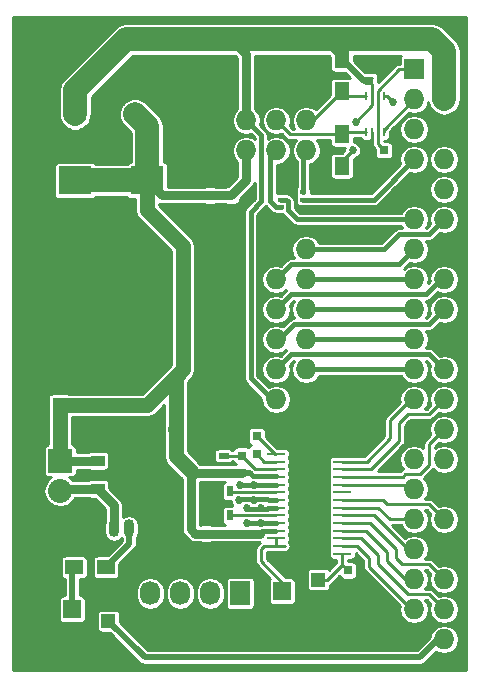
<source format=gbr>
G04 #@! TF.FileFunction,Copper,L1,Top,Signal*
%FSLAX46Y46*%
G04 Gerber Fmt 4.6, Leading zero omitted, Abs format (unit mm)*
G04 Created by KiCad (PCBNEW 4.0.2-4+6225~38~ubuntu14.04.1-stable) date Wed 02 Mar 2016 03:50:32 PM CST*
%MOMM*%
G01*
G04 APERTURE LIST*
%ADD10C,0.100000*%
%ADD11R,1.550000X0.250000*%
%ADD12R,3.100000X5.180000*%
%ADD13R,1.727200X1.727200*%
%ADD14O,1.727200X1.727200*%
%ADD15R,1.300000X1.500000*%
%ADD16R,0.500000X0.900000*%
%ADD17R,0.750000X0.800000*%
%ADD18R,0.800000X0.750000*%
%ADD19R,1.727200X2.032000*%
%ADD20O,1.727200X2.032000*%
%ADD21R,0.900000X0.500000*%
%ADD22C,2.000000*%
%ADD23R,0.250000X0.750000*%
%ADD24R,2.032000X2.032000*%
%ADD25O,2.032000X2.032000*%
%ADD26O,0.899160X1.501140*%
%ADD27R,0.500000X0.400000*%
%ADD28R,1.219200X0.914400*%
%ADD29R,1.200000X1.200000*%
%ADD30R,1.500000X1.600000*%
%ADD31C,1.300000*%
%ADD32R,1.300000X1.300000*%
%ADD33R,1.500000X1.300000*%
%ADD34R,2.800000X2.400000*%
%ADD35C,2.600000*%
%ADD36C,2.800000*%
%ADD37C,0.914400*%
%ADD38C,0.685800*%
%ADD39C,0.762000*%
%ADD40C,2.032000*%
%ADD41C,1.270000*%
%ADD42C,0.381000*%
%ADD43C,0.508000*%
%ADD44C,0.254000*%
%ADD45C,0.228600*%
G04 APERTURE END LIST*
D10*
D11*
X173494000Y-127558800D03*
X173494000Y-128208800D03*
X173494000Y-128858800D03*
X173494000Y-129508800D03*
X173494000Y-130158800D03*
X173494000Y-130808800D03*
X173494000Y-131458800D03*
X173494000Y-132108800D03*
X173494000Y-132758800D03*
X173494000Y-133408800D03*
X173494000Y-134058800D03*
X173494000Y-134708800D03*
X173494000Y-135358800D03*
X173494000Y-136008800D03*
X167894000Y-127558800D03*
X167894000Y-128208800D03*
X167894000Y-128858800D03*
X167894000Y-129508800D03*
X167894000Y-130158800D03*
X167894000Y-130808800D03*
X167894000Y-131458800D03*
X167894000Y-132108800D03*
X167894000Y-132758800D03*
X167894000Y-133408800D03*
X167894000Y-134058800D03*
X167894000Y-134708800D03*
X167894000Y-135358800D03*
X167894000Y-136008800D03*
D12*
X170694000Y-131813800D03*
D13*
X179578000Y-94996000D03*
D14*
X182118000Y-94996000D03*
X179578000Y-97536000D03*
X182118000Y-97536000D03*
X179578000Y-100076000D03*
X182118000Y-100076000D03*
X179578000Y-102616000D03*
X182118000Y-102616000D03*
X179578000Y-105156000D03*
X182118000Y-105156000D03*
X179578000Y-107696000D03*
X182118000Y-107696000D03*
X179578000Y-110236000D03*
X182118000Y-110236000D03*
X179578000Y-112776000D03*
X182118000Y-112776000D03*
X179578000Y-115316000D03*
X182118000Y-115316000D03*
X179578000Y-117856000D03*
X182118000Y-117856000D03*
X179578000Y-120396000D03*
X182118000Y-120396000D03*
X179578000Y-122936000D03*
X182118000Y-122936000D03*
X179578000Y-125476000D03*
X182118000Y-125476000D03*
X179578000Y-128016000D03*
X182118000Y-128016000D03*
X179578000Y-130556000D03*
X182118000Y-130556000D03*
X179578000Y-133096000D03*
X182118000Y-133096000D03*
X179578000Y-135636000D03*
X182118000Y-135636000D03*
X179578000Y-138176000D03*
X182118000Y-138176000D03*
X179578000Y-140716000D03*
X182118000Y-140716000D03*
X179578000Y-143256000D03*
X182118000Y-143256000D03*
D15*
X173482000Y-94154000D03*
X173482000Y-96854000D03*
D16*
X163945000Y-130733800D03*
X162445000Y-130733800D03*
D17*
X161925000Y-127697800D03*
X161925000Y-129197800D03*
X164084000Y-92976000D03*
X164084000Y-94476000D03*
X162306000Y-107176000D03*
X162306000Y-105676000D03*
D18*
X175526000Y-101854000D03*
X177026000Y-101854000D03*
D17*
X175768000Y-94500000D03*
X175768000Y-96000000D03*
X161925000Y-135801800D03*
X161925000Y-134301800D03*
X164973000Y-127697800D03*
X164973000Y-129197800D03*
X166243000Y-127546800D03*
X166243000Y-126046800D03*
X173990000Y-137426000D03*
X173990000Y-138926000D03*
D19*
X164846000Y-139369800D03*
D20*
X162306000Y-139369800D03*
X159766000Y-139369800D03*
X157226000Y-139369800D03*
D21*
X163449000Y-127697800D03*
X163449000Y-129197800D03*
D16*
X163945000Y-132765800D03*
X162445000Y-132765800D03*
D15*
X173482000Y-103204000D03*
X173482000Y-100504000D03*
D22*
X155956000Y-98806000D03*
X153416000Y-98806000D03*
X150876000Y-98806000D03*
D23*
X175514000Y-97230000D03*
X176014000Y-97230000D03*
X176514000Y-97230000D03*
X177014000Y-97230000D03*
X175514000Y-100330000D03*
X176014000Y-100330000D03*
X176514000Y-100330000D03*
X177014000Y-100330000D03*
D24*
X149606000Y-128143000D03*
D25*
X149606000Y-130683000D03*
D26*
X155448000Y-133858000D03*
X156718000Y-133858000D03*
X154178000Y-133858000D03*
D27*
X170180000Y-106680000D03*
X170180000Y-106030000D03*
X170180000Y-105380000D03*
X168280000Y-106680000D03*
X168280000Y-106030000D03*
X168280000Y-105380000D03*
D28*
X152781000Y-128143000D03*
X152781000Y-130505200D03*
D13*
X162814000Y-101854000D03*
D14*
X162814000Y-99314000D03*
X165354000Y-101854000D03*
X165354000Y-99314000D03*
X167894000Y-101854000D03*
X167894000Y-99314000D03*
X170434000Y-101854000D03*
X170434000Y-99314000D03*
D29*
X171472000Y-140192000D03*
X171472000Y-138192000D03*
D30*
X168422000Y-139192000D03*
D29*
X153692000Y-141716000D03*
X153692000Y-139716000D03*
D30*
X150642000Y-140716000D03*
D31*
X149606000Y-120944000D03*
D32*
X149606000Y-123444000D03*
D31*
X156885000Y-125476000D03*
D32*
X159385000Y-125476000D03*
D33*
X153496000Y-137160000D03*
X150796000Y-137160000D03*
D17*
X162306000Y-94476000D03*
X162306000Y-92976000D03*
X164084000Y-107176000D03*
X164084000Y-105676000D03*
D34*
X150876000Y-104394000D03*
X156976000Y-104394000D03*
X150876000Y-115794000D03*
X156976000Y-115794000D03*
D35*
X150876000Y-110094000D03*
D36*
X155576000Y-110094000D03*
D13*
X167894000Y-110236000D03*
D14*
X170434000Y-110236000D03*
X167894000Y-112776000D03*
X170434000Y-112776000D03*
X167894000Y-115316000D03*
X170434000Y-115316000D03*
X167894000Y-117856000D03*
X170434000Y-117856000D03*
X167894000Y-120396000D03*
X170434000Y-120396000D03*
X167894000Y-122936000D03*
X170434000Y-122936000D03*
D37*
X164084000Y-95631000D03*
X166751000Y-95631000D03*
X148590000Y-115824000D03*
X150876000Y-113792000D03*
X153162000Y-115824000D03*
X150876000Y-117856000D03*
X156972000Y-113792000D03*
X154686000Y-115824000D03*
X156972000Y-117856000D03*
D38*
X155194000Y-139700000D03*
X171450000Y-141478000D03*
D37*
X162306000Y-95631000D03*
X164084000Y-108331000D03*
X162306000Y-108331000D03*
D38*
X169164000Y-105156000D03*
X171196000Y-106934000D03*
X171704000Y-132588000D03*
X169672000Y-132588000D03*
X171704000Y-131064000D03*
X169672000Y-131064000D03*
X170688000Y-132588000D03*
X170688000Y-131064000D03*
X171704000Y-133858000D03*
X169672000Y-133858000D03*
X170688000Y-133858000D03*
X170688000Y-129794000D03*
X169672000Y-129794000D03*
X173482000Y-126746000D03*
X171704000Y-129794000D03*
X161671000Y-131318000D03*
X161671000Y-132207000D03*
X161671000Y-130302000D03*
X161671000Y-133223000D03*
X176784000Y-94488000D03*
X175514000Y-102870000D03*
X161925000Y-126619000D03*
X167894000Y-136779000D03*
X160274000Y-135255000D03*
X173990000Y-139954000D03*
X174371000Y-101854000D03*
X174625000Y-99441000D03*
X177800000Y-97790000D03*
X165404800Y-133400800D03*
X166624000Y-133400800D03*
X165404800Y-132105400D03*
X166624000Y-132105400D03*
X164744400Y-131495800D03*
X166039800Y-131470400D03*
X164795200Y-130149600D03*
X166039800Y-130149600D03*
D39*
X162306000Y-105676000D02*
X158258000Y-105676000D01*
X158258000Y-105676000D02*
X156976000Y-104394000D01*
D40*
X156976000Y-104394000D02*
X156976000Y-99826000D01*
X156976000Y-99826000D02*
X155956000Y-98806000D01*
X156976000Y-104394000D02*
X150876000Y-104394000D01*
D41*
X149606000Y-123444000D02*
X149606000Y-128143000D01*
X159385000Y-125476000D02*
X159385000Y-121031000D01*
X159385000Y-121031000D02*
X160020000Y-120396000D01*
X156976000Y-104394000D02*
X156976000Y-106938000D01*
X160020000Y-109982000D02*
X160020000Y-120396000D01*
X156976000Y-106938000D02*
X160020000Y-109982000D01*
X156972000Y-123444000D02*
X149606000Y-123444000D01*
X160020000Y-120396000D02*
X156972000Y-123444000D01*
D42*
X161925000Y-129197800D02*
X163449000Y-129197800D01*
D39*
X164084000Y-105676000D02*
X162306000Y-105676000D01*
X165354000Y-101854000D02*
X165354000Y-104406000D01*
X165354000Y-104406000D02*
X164084000Y-105676000D01*
X152781000Y-128143000D02*
X149606000Y-128143000D01*
D41*
X149479000Y-128016000D02*
X149606000Y-128143000D01*
X159385000Y-125476000D02*
X159385000Y-127762000D01*
X159385000Y-127762000D02*
X160655000Y-129032000D01*
X159362140Y-125453140D02*
X159385000Y-125476000D01*
D42*
X167817800Y-134112000D02*
X166673400Y-134112000D01*
X166673400Y-134112000D02*
X166483600Y-134301800D01*
X167843200Y-129438400D02*
X165912800Y-129438400D01*
X165912800Y-129438400D02*
X165672200Y-129197800D01*
D43*
X164973000Y-129197800D02*
X165672200Y-129197800D01*
X165672200Y-129197800D02*
X165760400Y-129286000D01*
D39*
X161925000Y-134301800D02*
X166483600Y-134301800D01*
X166483600Y-134301800D02*
X166497000Y-134315200D01*
X161925000Y-129197800D02*
X164973000Y-129197800D01*
X161925000Y-134301800D02*
X161048000Y-134301800D01*
X161048000Y-129197800D02*
X161925000Y-129197800D01*
X160655000Y-129590800D02*
X161048000Y-129197800D01*
X160655000Y-133908800D02*
X160655000Y-130606800D01*
X160655000Y-130606800D02*
X160655000Y-129590800D01*
X161048000Y-134301800D02*
X160655000Y-133908800D01*
D43*
X161925000Y-134301800D02*
X161925000Y-134289800D01*
D39*
X164084000Y-95631000D02*
X164084000Y-94476000D01*
X150876000Y-115794000D02*
X148620000Y-115794000D01*
X148620000Y-115794000D02*
X148590000Y-115824000D01*
X150876000Y-115794000D02*
X150876000Y-113792000D01*
X150876000Y-115794000D02*
X153132000Y-115794000D01*
X153132000Y-115794000D02*
X153162000Y-115824000D01*
X150876000Y-115794000D02*
X150876000Y-117856000D01*
X156976000Y-115794000D02*
X156976000Y-113796000D01*
X156976000Y-113796000D02*
X156972000Y-113792000D01*
X156976000Y-115794000D02*
X154716000Y-115794000D01*
X154716000Y-115794000D02*
X154686000Y-115824000D01*
X156976000Y-115794000D02*
X156976000Y-117852000D01*
X156976000Y-117852000D02*
X156972000Y-117856000D01*
D43*
X153692000Y-139716000D02*
X155178000Y-139716000D01*
X155178000Y-139716000D02*
X155194000Y-139700000D01*
D44*
X171472000Y-140192000D02*
X171472000Y-141456000D01*
X171472000Y-141456000D02*
X171450000Y-141478000D01*
D39*
X162306000Y-94476000D02*
X162306000Y-95631000D01*
X164084000Y-107176000D02*
X164084000Y-108331000D01*
X162306000Y-107176000D02*
X162306000Y-108331000D01*
D42*
X168280000Y-105380000D02*
X168940000Y-105380000D01*
X168940000Y-105380000D02*
X169164000Y-105156000D01*
X170180000Y-106680000D02*
X170942000Y-106680000D01*
X170942000Y-106680000D02*
X171196000Y-106934000D01*
D44*
X171704000Y-132588000D02*
X170929800Y-131813800D01*
X170929800Y-131813800D02*
X170694000Y-131813800D01*
X169672000Y-132588000D02*
X170446200Y-131813800D01*
X170446200Y-131813800D02*
X170694000Y-131813800D01*
X171704000Y-131064000D02*
X170954200Y-131813800D01*
X170954200Y-131813800D02*
X170694000Y-131813800D01*
X169672000Y-131064000D02*
X170421800Y-131813800D01*
X170421800Y-131813800D02*
X170694000Y-131813800D01*
X170688000Y-132588000D02*
X170694000Y-132582000D01*
X170694000Y-132582000D02*
X170694000Y-131813800D01*
X170688000Y-131064000D02*
X170694000Y-131070000D01*
X170694000Y-131070000D02*
X170694000Y-131813800D01*
X171704000Y-133858000D02*
X170694000Y-132848000D01*
X170694000Y-132848000D02*
X170694000Y-131813800D01*
X169672000Y-133858000D02*
X170694000Y-132836000D01*
X170694000Y-132836000D02*
X170694000Y-131813800D01*
X170688000Y-133858000D02*
X170694000Y-133852000D01*
X170694000Y-133852000D02*
X170694000Y-131813800D01*
X170688000Y-129794000D02*
X170694000Y-129800000D01*
X170694000Y-129800000D02*
X170694000Y-131813800D01*
X169672000Y-129794000D02*
X170694000Y-130816000D01*
X170694000Y-130816000D02*
X170694000Y-131813800D01*
X173494000Y-126758000D02*
X173482000Y-126746000D01*
X173494000Y-127558800D02*
X173494000Y-126758000D01*
X171704000Y-129794000D02*
X170694000Y-130804000D01*
X170694000Y-130804000D02*
X170694000Y-131813800D01*
D43*
X162445000Y-130733800D02*
X162255200Y-130733800D01*
X162255200Y-130733800D02*
X161671000Y-131318000D01*
X162445000Y-132765800D02*
X162229800Y-132765800D01*
X162229800Y-132765800D02*
X161671000Y-132207000D01*
X161671000Y-132207000D02*
X161671000Y-131318000D01*
X162445000Y-130733800D02*
X162102800Y-130733800D01*
X162102800Y-130733800D02*
X161671000Y-130302000D01*
X161671000Y-131318000D02*
X161671000Y-130302000D01*
X162128200Y-132765800D02*
X162445000Y-132765800D01*
X162128200Y-132765800D02*
X161671000Y-133223000D01*
X161671000Y-132207000D02*
X161671000Y-133223000D01*
D44*
X175768000Y-94500000D02*
X176772000Y-94500000D01*
X176772000Y-94500000D02*
X176784000Y-94488000D01*
X175526000Y-101854000D02*
X175526000Y-102858000D01*
X175526000Y-102858000D02*
X175514000Y-102870000D01*
X161925000Y-127697800D02*
X161925000Y-126619000D01*
X167894000Y-136008800D02*
X167894000Y-136779000D01*
D42*
X161925000Y-135801800D02*
X160820800Y-135801800D01*
X160820800Y-135801800D02*
X160274000Y-135255000D01*
D44*
X173990000Y-138926000D02*
X173990000Y-139954000D01*
X176014000Y-100330000D02*
X176014000Y-101366000D01*
X176014000Y-101366000D02*
X175526000Y-101854000D01*
X170688500Y-131813800D02*
X170694000Y-131813800D01*
X171703500Y-131813800D02*
X170694000Y-131813800D01*
X170688000Y-133908800D02*
X170694000Y-133902800D01*
D42*
X165354000Y-99314000D02*
X166624000Y-100584000D01*
X166624000Y-100584000D02*
X166624000Y-106172000D01*
X166624000Y-106172000D02*
X165735000Y-107061000D01*
X165735000Y-107061000D02*
X165735000Y-121158000D01*
X165735000Y-121158000D02*
X167513000Y-122936000D01*
X167513000Y-122936000D02*
X167894000Y-122936000D01*
D40*
X150876000Y-98806000D02*
X150876000Y-96774000D01*
X155194000Y-92456000D02*
X162306000Y-92456000D01*
X150876000Y-96774000D02*
X155194000Y-92456000D01*
X182118000Y-94996000D02*
X182118000Y-97536000D01*
D44*
X176014000Y-97230000D02*
X176014000Y-98052000D01*
X174371000Y-101854000D02*
X173482000Y-102743000D01*
X176014000Y-98052000D02*
X174625000Y-99441000D01*
X173482000Y-102743000D02*
X173482000Y-103204000D01*
D43*
X175328000Y-96000000D02*
X173482000Y-94154000D01*
X175768000Y-96000000D02*
X175328000Y-96000000D01*
D42*
X164084000Y-92976000D02*
X172304000Y-92976000D01*
X172304000Y-92976000D02*
X173482000Y-94154000D01*
X164084000Y-92976000D02*
X164084000Y-92456000D01*
X162306000Y-92976000D02*
X162306000Y-92456000D01*
X162306000Y-92456000D02*
X162306000Y-92329000D01*
X162306000Y-92329000D02*
X162306000Y-92456000D01*
D40*
X162306000Y-92456000D02*
X164084000Y-92456000D01*
D39*
X165342000Y-96774000D02*
X165342000Y-93714000D01*
X165342000Y-93714000D02*
X164084000Y-92456000D01*
X165354000Y-99314000D02*
X165354000Y-96786000D01*
D40*
X182118000Y-93472000D02*
X182118000Y-97536000D01*
X181102000Y-92456000D02*
X182118000Y-93472000D01*
X164084000Y-92456000D02*
X165354000Y-92456000D01*
X165354000Y-92456000D02*
X181102000Y-92456000D01*
D44*
X176014000Y-97230000D02*
X176014000Y-96246000D01*
X176014000Y-96246000D02*
X175768000Y-96000000D01*
X176014000Y-95762000D02*
X176010000Y-95758000D01*
X176514000Y-97230000D02*
X176514000Y-100330000D01*
X176514000Y-100330000D02*
X176514000Y-101342000D01*
X176514000Y-101342000D02*
X177026000Y-101854000D01*
X176514000Y-97230000D02*
X176514000Y-96790000D01*
X178308000Y-94996000D02*
X179578000Y-94996000D01*
X176514000Y-96790000D02*
X178308000Y-94996000D01*
X164973000Y-127697800D02*
X163449000Y-127697800D01*
X167894000Y-128858800D02*
X166134000Y-128858800D01*
X166134000Y-128858800D02*
X164973000Y-127697800D01*
X167894000Y-128208800D02*
X166905000Y-128208800D01*
X166905000Y-128208800D02*
X166243000Y-127546800D01*
X167894000Y-127558800D02*
X167755000Y-127558800D01*
X167755000Y-127558800D02*
X166243000Y-126046800D01*
X171472000Y-138192000D02*
X172232000Y-138192000D01*
X172232000Y-138192000D02*
X173494000Y-136930000D01*
X173494000Y-136008800D02*
X173494000Y-136930000D01*
X173494000Y-136930000D02*
X173990000Y-137426000D01*
X171730000Y-137934000D02*
X171472000Y-138192000D01*
X174002000Y-137414000D02*
X173990000Y-137426000D01*
X173482000Y-100504000D02*
X169084000Y-100504000D01*
X169084000Y-100504000D02*
X167894000Y-99314000D01*
X175514000Y-100330000D02*
X173656000Y-100330000D01*
X173656000Y-100330000D02*
X173402000Y-100584000D01*
X173656000Y-100330000D02*
X173482000Y-100504000D01*
X170434000Y-99314000D02*
X171022000Y-99314000D01*
X171022000Y-99314000D02*
X173482000Y-96854000D01*
X175514000Y-97230000D02*
X173858000Y-97230000D01*
X177014000Y-100330000D02*
X177014000Y-100100000D01*
X177014000Y-100100000D02*
X179578000Y-97536000D01*
X177014000Y-97230000D02*
X177240000Y-97230000D01*
X177240000Y-97230000D02*
X177800000Y-97790000D01*
X173494000Y-128858800D02*
X175941200Y-128858800D01*
X180848000Y-124206000D02*
X182118000Y-122936000D01*
X179070000Y-124206000D02*
X180848000Y-124206000D01*
X178308000Y-124968000D02*
X179070000Y-124206000D01*
X178308000Y-126492000D02*
X178308000Y-124968000D01*
X175941200Y-128858800D02*
X178308000Y-126492000D01*
X173494000Y-129508800D02*
X178593200Y-129508800D01*
X180848000Y-126746000D02*
X182118000Y-125476000D01*
X180848000Y-128524000D02*
X180848000Y-126746000D01*
X180086000Y-129286000D02*
X180848000Y-128524000D01*
X178816000Y-129286000D02*
X180086000Y-129286000D01*
X178593200Y-129508800D02*
X178816000Y-129286000D01*
X173494000Y-130158800D02*
X179180800Y-130158800D01*
X179180800Y-130158800D02*
X179578000Y-130556000D01*
X173494000Y-131458800D02*
X176924800Y-131458800D01*
X180848000Y-131826000D02*
X182118000Y-133096000D01*
X177292000Y-131826000D02*
X180848000Y-131826000D01*
X176924800Y-131458800D02*
X177292000Y-131826000D01*
X173494000Y-132108800D02*
X176558800Y-132108800D01*
X177546000Y-133096000D02*
X179578000Y-133096000D01*
X176558800Y-132108800D02*
X177546000Y-133096000D01*
X173494000Y-132758800D02*
X176192800Y-132758800D01*
X176192800Y-132758800D02*
X179070000Y-135636000D01*
X179070000Y-135636000D02*
X179578000Y-135636000D01*
X173494000Y-133408800D02*
X175826800Y-133408800D01*
X180848000Y-136906000D02*
X182118000Y-138176000D01*
X178562000Y-136906000D02*
X180848000Y-136906000D01*
X178054000Y-136398000D02*
X178562000Y-136906000D01*
X178054000Y-135636000D02*
X178054000Y-136398000D01*
X175826800Y-133408800D02*
X178054000Y-135636000D01*
X173494000Y-134058800D02*
X175460800Y-134058800D01*
X177292000Y-136652000D02*
X178816000Y-138176000D01*
X177292000Y-135890000D02*
X177292000Y-136652000D01*
X175460800Y-134058800D02*
X177292000Y-135890000D01*
X178816000Y-138176000D02*
X179578000Y-138176000D01*
X173494000Y-134708800D02*
X175094800Y-134708800D01*
X180848000Y-139446000D02*
X182118000Y-140716000D01*
X179070000Y-139446000D02*
X180848000Y-139446000D01*
X176530000Y-136906000D02*
X179070000Y-139446000D01*
X176530000Y-136144000D02*
X176530000Y-136906000D01*
X175094800Y-134708800D02*
X176530000Y-136144000D01*
X173494000Y-135358800D02*
X174728800Y-135358800D01*
X175768000Y-137160000D02*
X179324000Y-140716000D01*
X175768000Y-136398000D02*
X175768000Y-137160000D01*
X174728800Y-135358800D02*
X175768000Y-136398000D01*
X179324000Y-140716000D02*
X179578000Y-140716000D01*
D42*
X165412800Y-133408800D02*
X165404800Y-133400800D01*
X165412800Y-133408800D02*
X166624000Y-133408800D01*
X166624000Y-133408800D02*
X166624000Y-133400800D01*
X166624000Y-133400800D02*
X166624000Y-133408800D01*
X167894000Y-133408800D02*
X166624000Y-133408800D01*
X165506400Y-132207000D02*
X165404800Y-132105400D01*
X166624000Y-132207000D02*
X165506400Y-132207000D01*
X166624000Y-132207000D02*
X166624000Y-132105400D01*
X166624000Y-132105400D02*
X166624000Y-132207000D01*
X167894000Y-132108800D02*
X167230200Y-132108800D01*
X167230200Y-132108800D02*
X167132000Y-132207000D01*
X167132000Y-132207000D02*
X166624000Y-132207000D01*
X164871400Y-131368800D02*
X164744400Y-131495800D01*
X166039800Y-131368800D02*
X164871400Y-131368800D01*
X166039800Y-131368800D02*
X166039800Y-131470400D01*
X166039800Y-131470400D02*
X166039800Y-131368800D01*
X167894000Y-131458800D02*
X167247400Y-131458800D01*
X167247400Y-131458800D02*
X167157400Y-131368800D01*
X167157400Y-131368800D02*
X166039800Y-131368800D01*
X164804400Y-130158800D02*
X166039800Y-130158800D01*
X164804400Y-130158800D02*
X164795200Y-130149600D01*
X166039800Y-130158800D02*
X166039800Y-130149600D01*
X166039800Y-130149600D02*
X166039800Y-130158800D01*
X167894000Y-130158800D02*
X166039800Y-130158800D01*
D44*
X167894000Y-130808800D02*
X164020000Y-130808800D01*
X164020000Y-130808800D02*
X163945000Y-130733800D01*
X167894000Y-132758800D02*
X163952000Y-132758800D01*
X163952000Y-132758800D02*
X163945000Y-132765800D01*
X173494000Y-128208800D02*
X175575200Y-128208800D01*
X177546000Y-124714000D02*
X179324000Y-122936000D01*
X177546000Y-126238000D02*
X177546000Y-124714000D01*
X175575200Y-128208800D02*
X177546000Y-126238000D01*
X179324000Y-122936000D02*
X179578000Y-122936000D01*
X168422000Y-139192000D02*
X168422000Y-138450000D01*
X168422000Y-138450000D02*
X166624000Y-136652000D01*
X166624000Y-136652000D02*
X166624000Y-135636000D01*
X166624000Y-135636000D02*
X166901200Y-135358800D01*
X166901200Y-135358800D02*
X167894000Y-135358800D01*
X168632800Y-135358800D02*
X167894000Y-135358800D01*
X167894000Y-134708800D02*
X167894000Y-135358800D01*
D39*
X154178000Y-133858000D02*
X154178000Y-131902200D01*
X154178000Y-131902200D02*
X152781000Y-130505200D01*
X152781000Y-130505200D02*
X149783800Y-130505200D01*
X149783800Y-130505200D02*
X149606000Y-130683000D01*
D42*
X168280000Y-106680000D02*
X167894000Y-106680000D01*
X167386000Y-106172000D02*
X167386000Y-102362000D01*
X167894000Y-106680000D02*
X167386000Y-106172000D01*
X167386000Y-102362000D02*
X167894000Y-101854000D01*
X170180000Y-105380000D02*
X170180000Y-102108000D01*
X170180000Y-102108000D02*
X170434000Y-101854000D01*
X179578000Y-117856000D02*
X170434000Y-117856000D01*
X179578000Y-120396000D02*
X170434000Y-120396000D01*
D43*
X155448000Y-133858000D02*
X155448000Y-135208000D01*
X155448000Y-135208000D02*
X153496000Y-137160000D01*
X150642000Y-140716000D02*
X150642000Y-137314000D01*
X150642000Y-137314000D02*
X150796000Y-137160000D01*
D42*
X182118000Y-112776000D02*
X181864000Y-112776000D01*
X181864000Y-112776000D02*
X180594000Y-114046000D01*
X180594000Y-114046000D02*
X169164000Y-114046000D01*
X169164000Y-114046000D02*
X167894000Y-115316000D01*
X182118000Y-115316000D02*
X180848000Y-116586000D01*
X169418000Y-116586000D02*
X168148000Y-117856000D01*
X180848000Y-116586000D02*
X169418000Y-116586000D01*
X168148000Y-117856000D02*
X167894000Y-117856000D01*
X182118000Y-120396000D02*
X180848000Y-119126000D01*
X169164000Y-119126000D02*
X167894000Y-120396000D01*
X180848000Y-119126000D02*
X169164000Y-119126000D01*
X182118000Y-107696000D02*
X180848000Y-108966000D01*
X177038000Y-110236000D02*
X170434000Y-110236000D01*
X178308000Y-108966000D02*
X177038000Y-110236000D01*
X180848000Y-108966000D02*
X178308000Y-108966000D01*
X179578000Y-110236000D02*
X178308000Y-111506000D01*
X169164000Y-111506000D02*
X167894000Y-112776000D01*
X178308000Y-111506000D02*
X169164000Y-111506000D01*
X179578000Y-112776000D02*
X170434000Y-112776000D01*
X179578000Y-115316000D02*
X170434000Y-115316000D01*
X170180000Y-106030000D02*
X176164000Y-106030000D01*
X176164000Y-106030000D02*
X179578000Y-102616000D01*
X168280000Y-106030000D02*
X168768000Y-106030000D01*
X169672000Y-107696000D02*
X179578000Y-107696000D01*
X168910000Y-106934000D02*
X169672000Y-107696000D01*
X168910000Y-106172000D02*
X168910000Y-106934000D01*
X168768000Y-106030000D02*
X168910000Y-106172000D01*
D43*
X182118000Y-143256000D02*
X181610000Y-143256000D01*
X181610000Y-143256000D02*
X180086000Y-144780000D01*
X156756000Y-144780000D02*
X153692000Y-141716000D01*
X180086000Y-144780000D02*
X156756000Y-144780000D01*
D45*
G36*
X183972200Y-145872200D02*
X145592800Y-145872200D01*
X145592800Y-139916000D01*
X149516485Y-139916000D01*
X149516485Y-141516000D01*
X149542166Y-141652484D01*
X149622828Y-141777836D01*
X149745904Y-141861930D01*
X149892000Y-141891515D01*
X151392000Y-141891515D01*
X151528484Y-141865834D01*
X151653836Y-141785172D01*
X151737930Y-141662096D01*
X151767515Y-141516000D01*
X151767515Y-141116000D01*
X152716485Y-141116000D01*
X152716485Y-142316000D01*
X152742166Y-142452484D01*
X152822828Y-142577836D01*
X152945904Y-142661930D01*
X153092000Y-142691515D01*
X153787449Y-142691515D01*
X156315965Y-145220030D01*
X156315967Y-145220033D01*
X156517856Y-145354930D01*
X156756000Y-145402300D01*
X180085995Y-145402300D01*
X180086000Y-145402301D01*
X180324144Y-145354930D01*
X180526033Y-145220033D01*
X181460285Y-144285780D01*
X181622438Y-144394127D01*
X182093866Y-144487900D01*
X182142134Y-144487900D01*
X182613562Y-144394127D01*
X183013219Y-144127085D01*
X183280261Y-143727428D01*
X183374034Y-143256000D01*
X183280261Y-142784572D01*
X183013219Y-142384915D01*
X182613562Y-142117873D01*
X182142134Y-142024100D01*
X182093866Y-142024100D01*
X181622438Y-142117873D01*
X181222781Y-142384915D01*
X180955739Y-142784572D01*
X180894750Y-143091185D01*
X179828234Y-144157700D01*
X157013765Y-144157700D01*
X154667515Y-141811449D01*
X154667515Y-141116000D01*
X154641834Y-140979516D01*
X154561172Y-140854164D01*
X154438096Y-140770070D01*
X154292000Y-140740485D01*
X153092000Y-140740485D01*
X152955516Y-140766166D01*
X152830164Y-140846828D01*
X152746070Y-140969904D01*
X152716485Y-141116000D01*
X151767515Y-141116000D01*
X151767515Y-139916000D01*
X151741834Y-139779516D01*
X151661172Y-139654164D01*
X151538096Y-139570070D01*
X151392000Y-139540485D01*
X151264300Y-139540485D01*
X151264300Y-139190280D01*
X155994100Y-139190280D01*
X155994100Y-139549320D01*
X156087873Y-140020748D01*
X156354915Y-140420405D01*
X156754572Y-140687447D01*
X157226000Y-140781220D01*
X157697428Y-140687447D01*
X158097085Y-140420405D01*
X158364127Y-140020748D01*
X158457900Y-139549320D01*
X158457900Y-139190280D01*
X158534100Y-139190280D01*
X158534100Y-139549320D01*
X158627873Y-140020748D01*
X158894915Y-140420405D01*
X159294572Y-140687447D01*
X159766000Y-140781220D01*
X160237428Y-140687447D01*
X160637085Y-140420405D01*
X160904127Y-140020748D01*
X160997900Y-139549320D01*
X160997900Y-139190280D01*
X161074100Y-139190280D01*
X161074100Y-139549320D01*
X161167873Y-140020748D01*
X161434915Y-140420405D01*
X161834572Y-140687447D01*
X162306000Y-140781220D01*
X162777428Y-140687447D01*
X163177085Y-140420405D01*
X163444127Y-140020748D01*
X163537900Y-139549320D01*
X163537900Y-139190280D01*
X163444127Y-138718852D01*
X163200208Y-138353800D01*
X163606885Y-138353800D01*
X163606885Y-140385800D01*
X163632566Y-140522284D01*
X163713228Y-140647636D01*
X163836304Y-140731730D01*
X163982400Y-140761315D01*
X165709600Y-140761315D01*
X165846084Y-140735634D01*
X165971436Y-140654972D01*
X166055530Y-140531896D01*
X166085115Y-140385800D01*
X166085115Y-138353800D01*
X166059434Y-138217316D01*
X165978772Y-138091964D01*
X165855696Y-138007870D01*
X165709600Y-137978285D01*
X163982400Y-137978285D01*
X163845916Y-138003966D01*
X163720564Y-138084628D01*
X163636470Y-138207704D01*
X163606885Y-138353800D01*
X163200208Y-138353800D01*
X163177085Y-138319195D01*
X162777428Y-138052153D01*
X162306000Y-137958380D01*
X161834572Y-138052153D01*
X161434915Y-138319195D01*
X161167873Y-138718852D01*
X161074100Y-139190280D01*
X160997900Y-139190280D01*
X160904127Y-138718852D01*
X160637085Y-138319195D01*
X160237428Y-138052153D01*
X159766000Y-137958380D01*
X159294572Y-138052153D01*
X158894915Y-138319195D01*
X158627873Y-138718852D01*
X158534100Y-139190280D01*
X158457900Y-139190280D01*
X158364127Y-138718852D01*
X158097085Y-138319195D01*
X157697428Y-138052153D01*
X157226000Y-137958380D01*
X156754572Y-138052153D01*
X156354915Y-138319195D01*
X156087873Y-138718852D01*
X155994100Y-139190280D01*
X151264300Y-139190280D01*
X151264300Y-138185515D01*
X151546000Y-138185515D01*
X151682484Y-138159834D01*
X151807836Y-138079172D01*
X151891930Y-137956096D01*
X151921515Y-137810000D01*
X151921515Y-136510000D01*
X151895834Y-136373516D01*
X151815172Y-136248164D01*
X151692096Y-136164070D01*
X151546000Y-136134485D01*
X150046000Y-136134485D01*
X149909516Y-136160166D01*
X149784164Y-136240828D01*
X149700070Y-136363904D01*
X149670485Y-136510000D01*
X149670485Y-137810000D01*
X149696166Y-137946484D01*
X149776828Y-138071836D01*
X149899904Y-138155930D01*
X150019700Y-138180189D01*
X150019700Y-139540485D01*
X149892000Y-139540485D01*
X149755516Y-139566166D01*
X149630164Y-139646828D01*
X149546070Y-139769904D01*
X149516485Y-139916000D01*
X145592800Y-139916000D01*
X145592800Y-130683000D01*
X148194580Y-130683000D01*
X148299954Y-131212749D01*
X148600032Y-131661848D01*
X149049131Y-131961926D01*
X149578880Y-132067300D01*
X149633120Y-132067300D01*
X150162869Y-131961926D01*
X150611968Y-131661848D01*
X150884149Y-131254500D01*
X151946521Y-131254500D01*
X152025304Y-131308330D01*
X152171400Y-131337915D01*
X152554045Y-131337915D01*
X153428700Y-132212570D01*
X153428700Y-133212638D01*
X153422377Y-133222101D01*
X153360120Y-133535090D01*
X153360120Y-134180910D01*
X153422377Y-134493899D01*
X153599672Y-134759238D01*
X153865011Y-134936533D01*
X154178000Y-134998790D01*
X154490989Y-134936533D01*
X154756328Y-134759238D01*
X154813000Y-134674423D01*
X154825700Y-134693430D01*
X154825700Y-134950235D01*
X153641449Y-136134485D01*
X152746000Y-136134485D01*
X152609516Y-136160166D01*
X152484164Y-136240828D01*
X152400070Y-136363904D01*
X152370485Y-136510000D01*
X152370485Y-137810000D01*
X152396166Y-137946484D01*
X152476828Y-138071836D01*
X152599904Y-138155930D01*
X152746000Y-138185515D01*
X154246000Y-138185515D01*
X154382484Y-138159834D01*
X154507836Y-138079172D01*
X154591930Y-137956096D01*
X154621515Y-137810000D01*
X154621515Y-136914551D01*
X155888030Y-135648035D01*
X155888033Y-135648033D01*
X156022930Y-135446144D01*
X156070301Y-135208000D01*
X156070300Y-135207995D01*
X156070300Y-134693430D01*
X156203623Y-134493899D01*
X156265880Y-134180910D01*
X156265880Y-133535090D01*
X156203623Y-133222101D01*
X156026328Y-132956762D01*
X155760989Y-132779467D01*
X155448000Y-132717210D01*
X155135011Y-132779467D01*
X154927300Y-132918256D01*
X154927300Y-131902200D01*
X154870263Y-131615455D01*
X154707835Y-131372365D01*
X153766115Y-130430645D01*
X153766115Y-130048000D01*
X153740434Y-129911516D01*
X153659772Y-129786164D01*
X153536696Y-129702070D01*
X153390600Y-129672485D01*
X152171400Y-129672485D01*
X152034916Y-129698166D01*
X151945195Y-129755900D01*
X150646545Y-129755900D01*
X150611968Y-129704152D01*
X150358088Y-129534515D01*
X150622000Y-129534515D01*
X150758484Y-129508834D01*
X150883836Y-129428172D01*
X150967930Y-129305096D01*
X150997515Y-129159000D01*
X150997515Y-128892300D01*
X151946521Y-128892300D01*
X152025304Y-128946130D01*
X152171400Y-128975715D01*
X153390600Y-128975715D01*
X153527084Y-128950034D01*
X153652436Y-128869372D01*
X153736530Y-128746296D01*
X153766115Y-128600200D01*
X153766115Y-127685800D01*
X153740434Y-127549316D01*
X153659772Y-127423964D01*
X153536696Y-127339870D01*
X153390600Y-127310285D01*
X152171400Y-127310285D01*
X152034916Y-127335966D01*
X151945195Y-127393700D01*
X150997515Y-127393700D01*
X150997515Y-127127000D01*
X150971834Y-126990516D01*
X150891172Y-126865164D01*
X150768096Y-126781070D01*
X150622000Y-126751485D01*
X150609300Y-126751485D01*
X150609300Y-124447300D01*
X156972000Y-124447300D01*
X157355946Y-124370928D01*
X157681440Y-124153440D01*
X158381700Y-123453180D01*
X158381700Y-124716298D01*
X158359485Y-124826000D01*
X158359485Y-125449897D01*
X158358840Y-125453140D01*
X158359485Y-125456383D01*
X158359485Y-126126000D01*
X158381700Y-126244064D01*
X158381700Y-127762000D01*
X158458072Y-128145946D01*
X158675560Y-128471440D01*
X159905700Y-129701580D01*
X159905700Y-133908800D01*
X159962737Y-134195545D01*
X160125165Y-134438635D01*
X160518165Y-134831635D01*
X160761255Y-134994063D01*
X161048000Y-135051100D01*
X161420546Y-135051100D01*
X161550000Y-135077315D01*
X162300000Y-135077315D01*
X162436484Y-135051634D01*
X162437314Y-135051100D01*
X166429634Y-135051100D01*
X166495365Y-135064175D01*
X166273770Y-135285770D01*
X166166402Y-135446456D01*
X166148219Y-135537870D01*
X166128700Y-135636000D01*
X166128700Y-136652000D01*
X166166402Y-136841544D01*
X166273770Y-137002230D01*
X167403752Y-138132212D01*
X167326070Y-138245904D01*
X167296485Y-138392000D01*
X167296485Y-139992000D01*
X167322166Y-140128484D01*
X167402828Y-140253836D01*
X167525904Y-140337930D01*
X167672000Y-140367515D01*
X169172000Y-140367515D01*
X169308484Y-140341834D01*
X169433836Y-140261172D01*
X169517930Y-140138096D01*
X169547515Y-139992000D01*
X169547515Y-138392000D01*
X169521834Y-138255516D01*
X169441172Y-138130164D01*
X169318096Y-138046070D01*
X169172000Y-138016485D01*
X168688945Y-138016485D01*
X168264460Y-137592000D01*
X170496485Y-137592000D01*
X170496485Y-138792000D01*
X170522166Y-138928484D01*
X170602828Y-139053836D01*
X170725904Y-139137930D01*
X170872000Y-139167515D01*
X172072000Y-139167515D01*
X172208484Y-139141834D01*
X172333836Y-139061172D01*
X172417930Y-138938096D01*
X172447515Y-138792000D01*
X172447515Y-138632245D01*
X172582230Y-138542230D01*
X173248824Y-137875636D01*
X173265166Y-137962484D01*
X173345828Y-138087836D01*
X173468904Y-138171930D01*
X173615000Y-138201515D01*
X174365000Y-138201515D01*
X174501484Y-138175834D01*
X174626836Y-138095172D01*
X174710930Y-137972096D01*
X174740515Y-137826000D01*
X174740515Y-137026000D01*
X174714834Y-136889516D01*
X174634172Y-136764164D01*
X174511096Y-136680070D01*
X174365000Y-136650485D01*
X173989300Y-136650485D01*
X173989300Y-136509315D01*
X174269000Y-136509315D01*
X174405484Y-136483634D01*
X174530836Y-136402972D01*
X174614930Y-136279896D01*
X174644515Y-136133800D01*
X174644515Y-135974975D01*
X175272700Y-136603160D01*
X175272700Y-137160000D01*
X175310402Y-137349544D01*
X175417770Y-137510230D01*
X178372000Y-140464460D01*
X178321966Y-140716000D01*
X178415739Y-141187428D01*
X178682781Y-141587085D01*
X179082438Y-141854127D01*
X179553866Y-141947900D01*
X179602134Y-141947900D01*
X180073562Y-141854127D01*
X180473219Y-141587085D01*
X180740261Y-141187428D01*
X180834034Y-140716000D01*
X180740261Y-140244572D01*
X180537621Y-139941300D01*
X180642840Y-139941300D01*
X180954142Y-140252602D01*
X180861966Y-140716000D01*
X180955739Y-141187428D01*
X181222781Y-141587085D01*
X181622438Y-141854127D01*
X182093866Y-141947900D01*
X182142134Y-141947900D01*
X182613562Y-141854127D01*
X183013219Y-141587085D01*
X183280261Y-141187428D01*
X183374034Y-140716000D01*
X183280261Y-140244572D01*
X183013219Y-139844915D01*
X182613562Y-139577873D01*
X182142134Y-139484100D01*
X182093866Y-139484100D01*
X181670728Y-139568268D01*
X181198230Y-139095770D01*
X181037544Y-138988402D01*
X180848000Y-138950700D01*
X180537621Y-138950700D01*
X180740261Y-138647428D01*
X180834034Y-138176000D01*
X180740261Y-137704572D01*
X180537621Y-137401300D01*
X180642840Y-137401300D01*
X180954142Y-137712602D01*
X180861966Y-138176000D01*
X180955739Y-138647428D01*
X181222781Y-139047085D01*
X181622438Y-139314127D01*
X182093866Y-139407900D01*
X182142134Y-139407900D01*
X182613562Y-139314127D01*
X183013219Y-139047085D01*
X183280261Y-138647428D01*
X183374034Y-138176000D01*
X183280261Y-137704572D01*
X183013219Y-137304915D01*
X182613562Y-137037873D01*
X182142134Y-136944100D01*
X182093866Y-136944100D01*
X181670728Y-137028268D01*
X181198230Y-136555770D01*
X181037544Y-136448402D01*
X180848000Y-136410700D01*
X180537621Y-136410700D01*
X180740261Y-136107428D01*
X180834034Y-135636000D01*
X180740261Y-135164572D01*
X180473219Y-134764915D01*
X180073562Y-134497873D01*
X179602134Y-134404100D01*
X179553866Y-134404100D01*
X179082438Y-134497873D01*
X178812620Y-134678160D01*
X177725760Y-133591300D01*
X178431690Y-133591300D01*
X178682781Y-133967085D01*
X179082438Y-134234127D01*
X179553866Y-134327900D01*
X179602134Y-134327900D01*
X180073562Y-134234127D01*
X180473219Y-133967085D01*
X180740261Y-133567428D01*
X180834034Y-133096000D01*
X180740261Y-132624572D01*
X180537621Y-132321300D01*
X180642840Y-132321300D01*
X180954142Y-132632602D01*
X180861966Y-133096000D01*
X180955739Y-133567428D01*
X181222781Y-133967085D01*
X181622438Y-134234127D01*
X182093866Y-134327900D01*
X182142134Y-134327900D01*
X182613562Y-134234127D01*
X183013219Y-133967085D01*
X183280261Y-133567428D01*
X183374034Y-133096000D01*
X183280261Y-132624572D01*
X183013219Y-132224915D01*
X182613562Y-131957873D01*
X182142134Y-131864100D01*
X182093866Y-131864100D01*
X181670728Y-131948268D01*
X181198230Y-131475770D01*
X181037544Y-131368402D01*
X180848000Y-131330700D01*
X180537621Y-131330700D01*
X180740261Y-131027428D01*
X180834034Y-130556000D01*
X180740261Y-130084572D01*
X180473219Y-129684915D01*
X180418293Y-129648215D01*
X180436230Y-129636230D01*
X181198230Y-128874230D01*
X181206211Y-128862286D01*
X181222781Y-128887085D01*
X181622438Y-129154127D01*
X182093866Y-129247900D01*
X182142134Y-129247900D01*
X182613562Y-129154127D01*
X183013219Y-128887085D01*
X183280261Y-128487428D01*
X183374034Y-128016000D01*
X183280261Y-127544572D01*
X183013219Y-127144915D01*
X182613562Y-126877873D01*
X182142134Y-126784100D01*
X182093866Y-126784100D01*
X181622438Y-126877873D01*
X181343300Y-127064387D01*
X181343300Y-126951160D01*
X181670728Y-126623732D01*
X182093866Y-126707900D01*
X182142134Y-126707900D01*
X182613562Y-126614127D01*
X183013219Y-126347085D01*
X183280261Y-125947428D01*
X183374034Y-125476000D01*
X183280261Y-125004572D01*
X183013219Y-124604915D01*
X182613562Y-124337873D01*
X182142134Y-124244100D01*
X182093866Y-124244100D01*
X181622438Y-124337873D01*
X181222781Y-124604915D01*
X180955739Y-125004572D01*
X180861966Y-125476000D01*
X180954142Y-125939398D01*
X180497770Y-126395770D01*
X180390402Y-126556456D01*
X180390402Y-126556457D01*
X180352700Y-126746000D01*
X180352700Y-127064387D01*
X180073562Y-126877873D01*
X179602134Y-126784100D01*
X179553866Y-126784100D01*
X179082438Y-126877873D01*
X178682781Y-127144915D01*
X178415739Y-127544572D01*
X178321966Y-128016000D01*
X178415739Y-128487428D01*
X178641563Y-128825397D01*
X178626457Y-128828402D01*
X178465770Y-128935770D01*
X178388040Y-129013500D01*
X176486960Y-129013500D01*
X178658230Y-126842230D01*
X178765598Y-126681543D01*
X178803300Y-126492000D01*
X178803300Y-125173160D01*
X179275160Y-124701300D01*
X180848000Y-124701300D01*
X181037544Y-124663598D01*
X181198230Y-124556230D01*
X181670728Y-124083732D01*
X182093866Y-124167900D01*
X182142134Y-124167900D01*
X182613562Y-124074127D01*
X183013219Y-123807085D01*
X183280261Y-123407428D01*
X183374034Y-122936000D01*
X183280261Y-122464572D01*
X183013219Y-122064915D01*
X182613562Y-121797873D01*
X182142134Y-121704100D01*
X182093866Y-121704100D01*
X181622438Y-121797873D01*
X181222781Y-122064915D01*
X180955739Y-122464572D01*
X180861966Y-122936000D01*
X180954142Y-123399398D01*
X180642840Y-123710700D01*
X180537621Y-123710700D01*
X180740261Y-123407428D01*
X180834034Y-122936000D01*
X180740261Y-122464572D01*
X180473219Y-122064915D01*
X180073562Y-121797873D01*
X179602134Y-121704100D01*
X179553866Y-121704100D01*
X179082438Y-121797873D01*
X178682781Y-122064915D01*
X178415739Y-122464572D01*
X178321966Y-122936000D01*
X178372000Y-123187540D01*
X177195770Y-124363770D01*
X177088402Y-124524456D01*
X177088402Y-124524457D01*
X177050700Y-124714000D01*
X177050700Y-126032840D01*
X175370040Y-127713500D01*
X174294753Y-127713500D01*
X174269000Y-127708285D01*
X172719000Y-127708285D01*
X172582516Y-127733966D01*
X172457164Y-127814628D01*
X172373070Y-127937704D01*
X172343485Y-128083800D01*
X172343485Y-128333800D01*
X172369166Y-128470284D01*
X172409971Y-128533697D01*
X172373070Y-128587704D01*
X172343485Y-128733800D01*
X172343485Y-128983800D01*
X172369166Y-129120284D01*
X172409971Y-129183697D01*
X172373070Y-129237704D01*
X172343485Y-129383800D01*
X172343485Y-129633800D01*
X172369166Y-129770284D01*
X172409971Y-129833697D01*
X172373070Y-129887704D01*
X172343485Y-130033800D01*
X172343485Y-130283800D01*
X172369166Y-130420284D01*
X172409971Y-130483697D01*
X172373070Y-130537704D01*
X172343485Y-130683800D01*
X172343485Y-130933800D01*
X172369166Y-131070284D01*
X172409971Y-131133697D01*
X172373070Y-131187704D01*
X172343485Y-131333800D01*
X172343485Y-131583800D01*
X172369166Y-131720284D01*
X172409971Y-131783697D01*
X172373070Y-131837704D01*
X172343485Y-131983800D01*
X172343485Y-132233800D01*
X172369166Y-132370284D01*
X172409971Y-132433697D01*
X172373070Y-132487704D01*
X172343485Y-132633800D01*
X172343485Y-132883800D01*
X172369166Y-133020284D01*
X172409971Y-133083697D01*
X172373070Y-133137704D01*
X172343485Y-133283800D01*
X172343485Y-133533800D01*
X172369166Y-133670284D01*
X172409971Y-133733697D01*
X172373070Y-133787704D01*
X172343485Y-133933800D01*
X172343485Y-134183800D01*
X172369166Y-134320284D01*
X172409971Y-134383697D01*
X172373070Y-134437704D01*
X172343485Y-134583800D01*
X172343485Y-134833800D01*
X172369166Y-134970284D01*
X172409971Y-135033697D01*
X172373070Y-135087704D01*
X172343485Y-135233800D01*
X172343485Y-135483800D01*
X172369166Y-135620284D01*
X172409971Y-135683697D01*
X172373070Y-135737704D01*
X172343485Y-135883800D01*
X172343485Y-136133800D01*
X172369166Y-136270284D01*
X172449828Y-136395636D01*
X172572904Y-136479730D01*
X172719000Y-136509315D01*
X172998700Y-136509315D01*
X172998700Y-136724840D01*
X172361612Y-137361928D01*
X172341172Y-137330164D01*
X172218096Y-137246070D01*
X172072000Y-137216485D01*
X170872000Y-137216485D01*
X170735516Y-137242166D01*
X170610164Y-137322828D01*
X170526070Y-137445904D01*
X170496485Y-137592000D01*
X168264460Y-137592000D01*
X167119300Y-136446840D01*
X167119300Y-135859315D01*
X168669000Y-135859315D01*
X168805484Y-135833634D01*
X168930836Y-135752972D01*
X168942236Y-135736288D01*
X168983030Y-135709030D01*
X169090398Y-135548343D01*
X169128100Y-135358800D01*
X169090398Y-135169257D01*
X168989115Y-135017677D01*
X169014930Y-134979896D01*
X169044515Y-134833800D01*
X169044515Y-134583800D01*
X169018834Y-134447316D01*
X168978029Y-134383903D01*
X169014930Y-134329896D01*
X169044515Y-134183800D01*
X169044515Y-133933800D01*
X169018834Y-133797316D01*
X168978029Y-133733903D01*
X169014930Y-133679896D01*
X169044515Y-133533800D01*
X169044515Y-133283800D01*
X169018834Y-133147316D01*
X168978029Y-133083903D01*
X169014930Y-133029896D01*
X169044515Y-132883800D01*
X169044515Y-132633800D01*
X169018834Y-132497316D01*
X168978029Y-132433903D01*
X169014930Y-132379896D01*
X169044515Y-132233800D01*
X169044515Y-131983800D01*
X169018834Y-131847316D01*
X168978029Y-131783903D01*
X169014930Y-131729896D01*
X169044515Y-131583800D01*
X169044515Y-131333800D01*
X169018834Y-131197316D01*
X168978029Y-131133903D01*
X169014930Y-131079896D01*
X169044515Y-130933800D01*
X169044515Y-130683800D01*
X169018834Y-130547316D01*
X168978029Y-130483903D01*
X169014930Y-130429896D01*
X169044515Y-130283800D01*
X169044515Y-130033800D01*
X169018834Y-129897316D01*
X168978029Y-129833903D01*
X169014930Y-129779896D01*
X169044515Y-129633800D01*
X169044515Y-129383800D01*
X169018834Y-129247316D01*
X168978029Y-129183903D01*
X169014930Y-129129896D01*
X169044515Y-128983800D01*
X169044515Y-128733800D01*
X169018834Y-128597316D01*
X168978029Y-128533903D01*
X169014930Y-128479896D01*
X169044515Y-128333800D01*
X169044515Y-128083800D01*
X169018834Y-127947316D01*
X168978029Y-127883903D01*
X169014930Y-127829896D01*
X169044515Y-127683800D01*
X169044515Y-127433800D01*
X169018834Y-127297316D01*
X168938172Y-127171964D01*
X168815096Y-127087870D01*
X168669000Y-127058285D01*
X167954945Y-127058285D01*
X166993515Y-126096855D01*
X166993515Y-125646800D01*
X166967834Y-125510316D01*
X166887172Y-125384964D01*
X166764096Y-125300870D01*
X166618000Y-125271285D01*
X165868000Y-125271285D01*
X165731516Y-125296966D01*
X165606164Y-125377628D01*
X165522070Y-125500704D01*
X165492485Y-125646800D01*
X165492485Y-126446800D01*
X165518166Y-126583284D01*
X165598828Y-126708636D01*
X165721904Y-126792730D01*
X165737377Y-126795863D01*
X165731516Y-126796966D01*
X165606164Y-126877628D01*
X165535914Y-126980443D01*
X165494096Y-126951870D01*
X165348000Y-126922285D01*
X164598000Y-126922285D01*
X164461516Y-126947966D01*
X164336164Y-127028628D01*
X164252070Y-127151704D01*
X164241784Y-127202500D01*
X164178813Y-127202500D01*
X164168172Y-127185964D01*
X164045096Y-127101870D01*
X163899000Y-127072285D01*
X162999000Y-127072285D01*
X162862516Y-127097966D01*
X162737164Y-127178628D01*
X162653070Y-127301704D01*
X162623485Y-127447800D01*
X162623485Y-127947800D01*
X162649166Y-128084284D01*
X162729828Y-128209636D01*
X162852904Y-128293730D01*
X162999000Y-128323315D01*
X163899000Y-128323315D01*
X164035484Y-128297634D01*
X164160836Y-128216972D01*
X164177147Y-128193100D01*
X164240417Y-128193100D01*
X164248166Y-128234284D01*
X164328828Y-128359636D01*
X164451904Y-128443730D01*
X164467377Y-128446863D01*
X164461516Y-128447966D01*
X164460686Y-128448500D01*
X162429454Y-128448500D01*
X162300000Y-128422285D01*
X161550000Y-128422285D01*
X161444356Y-128442163D01*
X161364440Y-128322560D01*
X160388300Y-127346420D01*
X160388300Y-126235702D01*
X160410515Y-126126000D01*
X160410515Y-124826000D01*
X160388300Y-124707936D01*
X160388300Y-121446580D01*
X160729441Y-121105440D01*
X160946928Y-120779946D01*
X161023300Y-120396000D01*
X161023300Y-109982000D01*
X160946928Y-109598054D01*
X160729440Y-109272560D01*
X157979300Y-106522420D01*
X157979300Y-106369863D01*
X158258000Y-106425300D01*
X161801546Y-106425300D01*
X161931000Y-106451515D01*
X162681000Y-106451515D01*
X162817484Y-106425834D01*
X162818314Y-106425300D01*
X163579546Y-106425300D01*
X163709000Y-106451515D01*
X164459000Y-106451515D01*
X164595484Y-106425834D01*
X164720836Y-106345172D01*
X164804930Y-106222096D01*
X164834515Y-106076000D01*
X164834515Y-105985155D01*
X165883835Y-104935835D01*
X166046263Y-104692745D01*
X166065200Y-104597542D01*
X166065200Y-105940538D01*
X165339869Y-106665869D01*
X165218736Y-106847156D01*
X165176200Y-107061000D01*
X165176200Y-121158000D01*
X165218736Y-121371844D01*
X165327171Y-121534127D01*
X165339869Y-121553131D01*
X166652031Y-122865293D01*
X166637966Y-122936000D01*
X166731739Y-123407428D01*
X166998781Y-123807085D01*
X167398438Y-124074127D01*
X167869866Y-124167900D01*
X167918134Y-124167900D01*
X168389562Y-124074127D01*
X168789219Y-123807085D01*
X169056261Y-123407428D01*
X169150034Y-122936000D01*
X169056261Y-122464572D01*
X168789219Y-122064915D01*
X168389562Y-121797873D01*
X167918134Y-121704100D01*
X167869866Y-121704100D01*
X167398438Y-121797873D01*
X167258583Y-121891321D01*
X166293800Y-120926538D01*
X166293800Y-107292462D01*
X167005000Y-106581262D01*
X167498868Y-107075131D01*
X167609678Y-107149172D01*
X167680156Y-107196264D01*
X167894000Y-107238800D01*
X167947458Y-107238800D01*
X168030000Y-107255515D01*
X168465680Y-107255515D01*
X168514869Y-107329131D01*
X169276869Y-108091131D01*
X169458157Y-108212265D01*
X169672000Y-108254800D01*
X178474119Y-108254800D01*
X178575949Y-108407200D01*
X178308000Y-108407200D01*
X178094156Y-108449736D01*
X177918532Y-108567085D01*
X177912869Y-108570869D01*
X176806538Y-109677200D01*
X171537881Y-109677200D01*
X171329219Y-109364915D01*
X170929562Y-109097873D01*
X170458134Y-109004100D01*
X170409866Y-109004100D01*
X169938438Y-109097873D01*
X169538781Y-109364915D01*
X169271739Y-109764572D01*
X169177966Y-110236000D01*
X169271739Y-110707428D01*
X169431949Y-110947200D01*
X169164000Y-110947200D01*
X168950156Y-110989736D01*
X168774532Y-111107085D01*
X168768869Y-111110869D01*
X168266370Y-111613368D01*
X167918134Y-111544100D01*
X167869866Y-111544100D01*
X167398438Y-111637873D01*
X166998781Y-111904915D01*
X166731739Y-112304572D01*
X166637966Y-112776000D01*
X166731739Y-113247428D01*
X166998781Y-113647085D01*
X167398438Y-113914127D01*
X167869866Y-114007900D01*
X167918134Y-114007900D01*
X168389562Y-113914127D01*
X168739295Y-113680443D01*
X168266370Y-114153368D01*
X167918134Y-114084100D01*
X167869866Y-114084100D01*
X167398438Y-114177873D01*
X166998781Y-114444915D01*
X166731739Y-114844572D01*
X166637966Y-115316000D01*
X166731739Y-115787428D01*
X166998781Y-116187085D01*
X167398438Y-116454127D01*
X167869866Y-116547900D01*
X167918134Y-116547900D01*
X168389562Y-116454127D01*
X168789219Y-116187085D01*
X169056261Y-115787428D01*
X169150034Y-115316000D01*
X169072757Y-114927505D01*
X169395462Y-114604800D01*
X169431949Y-114604800D01*
X169271739Y-114844572D01*
X169177966Y-115316000D01*
X169271739Y-115787428D01*
X169431949Y-116027200D01*
X169418000Y-116027200D01*
X169204156Y-116069736D01*
X169028532Y-116187085D01*
X169022869Y-116190869D01*
X168453286Y-116760452D01*
X168389562Y-116717873D01*
X167918134Y-116624100D01*
X167869866Y-116624100D01*
X167398438Y-116717873D01*
X166998781Y-116984915D01*
X166731739Y-117384572D01*
X166637966Y-117856000D01*
X166731739Y-118327428D01*
X166998781Y-118727085D01*
X167398438Y-118994127D01*
X167869866Y-119087900D01*
X167918134Y-119087900D01*
X168389562Y-118994127D01*
X168739295Y-118760443D01*
X168266370Y-119233368D01*
X167918134Y-119164100D01*
X167869866Y-119164100D01*
X167398438Y-119257873D01*
X166998781Y-119524915D01*
X166731739Y-119924572D01*
X166637966Y-120396000D01*
X166731739Y-120867428D01*
X166998781Y-121267085D01*
X167398438Y-121534127D01*
X167869866Y-121627900D01*
X167918134Y-121627900D01*
X168389562Y-121534127D01*
X168789219Y-121267085D01*
X169056261Y-120867428D01*
X169150034Y-120396000D01*
X169072757Y-120007505D01*
X169395462Y-119684800D01*
X169431949Y-119684800D01*
X169271739Y-119924572D01*
X169177966Y-120396000D01*
X169271739Y-120867428D01*
X169538781Y-121267085D01*
X169938438Y-121534127D01*
X170409866Y-121627900D01*
X170458134Y-121627900D01*
X170929562Y-121534127D01*
X171329219Y-121267085D01*
X171537881Y-120954800D01*
X178474119Y-120954800D01*
X178682781Y-121267085D01*
X179082438Y-121534127D01*
X179553866Y-121627900D01*
X179602134Y-121627900D01*
X180073562Y-121534127D01*
X180473219Y-121267085D01*
X180740261Y-120867428D01*
X180834034Y-120396000D01*
X180740261Y-119924572D01*
X180580051Y-119684800D01*
X180616538Y-119684800D01*
X180939243Y-120007505D01*
X180861966Y-120396000D01*
X180955739Y-120867428D01*
X181222781Y-121267085D01*
X181622438Y-121534127D01*
X182093866Y-121627900D01*
X182142134Y-121627900D01*
X182613562Y-121534127D01*
X183013219Y-121267085D01*
X183280261Y-120867428D01*
X183374034Y-120396000D01*
X183280261Y-119924572D01*
X183013219Y-119524915D01*
X182613562Y-119257873D01*
X182142134Y-119164100D01*
X182093866Y-119164100D01*
X181745630Y-119233368D01*
X181243131Y-118730869D01*
X181237468Y-118727085D01*
X181061844Y-118609736D01*
X180848000Y-118567200D01*
X180580051Y-118567200D01*
X180740261Y-118327428D01*
X180834034Y-117856000D01*
X180740261Y-117384572D01*
X180580051Y-117144800D01*
X180848000Y-117144800D01*
X181061844Y-117102264D01*
X181243131Y-116981131D01*
X181745630Y-116478632D01*
X182093866Y-116547900D01*
X182142134Y-116547900D01*
X182613562Y-116454127D01*
X183013219Y-116187085D01*
X183280261Y-115787428D01*
X183374034Y-115316000D01*
X183280261Y-114844572D01*
X183013219Y-114444915D01*
X182613562Y-114177873D01*
X182142134Y-114084100D01*
X182093866Y-114084100D01*
X181622438Y-114177873D01*
X181222781Y-114444915D01*
X180955739Y-114844572D01*
X180861966Y-115316000D01*
X180939243Y-115704495D01*
X180616538Y-116027200D01*
X180580051Y-116027200D01*
X180740261Y-115787428D01*
X180834034Y-115316000D01*
X180740261Y-114844572D01*
X180580051Y-114604800D01*
X180594000Y-114604800D01*
X180807844Y-114562264D01*
X180989131Y-114441131D01*
X181558714Y-113871548D01*
X181622438Y-113914127D01*
X182093866Y-114007900D01*
X182142134Y-114007900D01*
X182613562Y-113914127D01*
X183013219Y-113647085D01*
X183280261Y-113247428D01*
X183374034Y-112776000D01*
X183280261Y-112304572D01*
X183013219Y-111904915D01*
X182613562Y-111637873D01*
X182142134Y-111544100D01*
X182093866Y-111544100D01*
X181622438Y-111637873D01*
X181222781Y-111904915D01*
X180955739Y-112304572D01*
X180861966Y-112776000D01*
X180897101Y-112952637D01*
X180774515Y-113075223D01*
X180834034Y-112776000D01*
X180740261Y-112304572D01*
X180473219Y-111904915D01*
X180073562Y-111637873D01*
X179602134Y-111544100D01*
X179553866Y-111544100D01*
X179082438Y-111637873D01*
X178732705Y-111871557D01*
X179205630Y-111398632D01*
X179553866Y-111467900D01*
X179602134Y-111467900D01*
X180073562Y-111374127D01*
X180473219Y-111107085D01*
X180740261Y-110707428D01*
X180834034Y-110236000D01*
X180740261Y-109764572D01*
X180580051Y-109524800D01*
X180848000Y-109524800D01*
X181061844Y-109482264D01*
X181243131Y-109361131D01*
X181745630Y-108858632D01*
X182093866Y-108927900D01*
X182142134Y-108927900D01*
X182613562Y-108834127D01*
X183013219Y-108567085D01*
X183280261Y-108167428D01*
X183374034Y-107696000D01*
X183280261Y-107224572D01*
X183013219Y-106824915D01*
X182613562Y-106557873D01*
X182142134Y-106464100D01*
X182093866Y-106464100D01*
X181622438Y-106557873D01*
X181222781Y-106824915D01*
X180955739Y-107224572D01*
X180861966Y-107696000D01*
X180939243Y-108084495D01*
X180616538Y-108407200D01*
X180580051Y-108407200D01*
X180740261Y-108167428D01*
X180834034Y-107696000D01*
X180740261Y-107224572D01*
X180473219Y-106824915D01*
X180073562Y-106557873D01*
X179602134Y-106464100D01*
X179553866Y-106464100D01*
X179082438Y-106557873D01*
X178682781Y-106824915D01*
X178474119Y-107137200D01*
X169903462Y-107137200D01*
X169468800Y-106702538D01*
X169468800Y-106172000D01*
X169426264Y-105958156D01*
X169305131Y-105776869D01*
X169163131Y-105634869D01*
X169130701Y-105613200D01*
X168981844Y-105513736D01*
X168768000Y-105471200D01*
X168612542Y-105471200D01*
X168530000Y-105454485D01*
X168030000Y-105454485D01*
X167944800Y-105470516D01*
X167944800Y-103099929D01*
X168365428Y-103016261D01*
X168765085Y-102749219D01*
X169032127Y-102349562D01*
X169125900Y-101878134D01*
X169125900Y-101829866D01*
X169032127Y-101358438D01*
X168765085Y-100958781D01*
X168365428Y-100691739D01*
X167894000Y-100597966D01*
X167422572Y-100691739D01*
X167182800Y-100851949D01*
X167182800Y-100584000D01*
X167140264Y-100370156D01*
X167040644Y-100221065D01*
X167422572Y-100476261D01*
X167894000Y-100570034D01*
X168357398Y-100477858D01*
X168733770Y-100854230D01*
X168894456Y-100961598D01*
X169084000Y-100999300D01*
X169535841Y-100999300D01*
X169295873Y-101358438D01*
X169202100Y-101829866D01*
X169202100Y-101878134D01*
X169295873Y-102349562D01*
X169562915Y-102749219D01*
X169621200Y-102788164D01*
X169621200Y-104979562D01*
X169584070Y-105033904D01*
X169554485Y-105180000D01*
X169554485Y-105580000D01*
X169578869Y-105709589D01*
X169554485Y-105830000D01*
X169554485Y-106230000D01*
X169580166Y-106366484D01*
X169660828Y-106491836D01*
X169783904Y-106575930D01*
X169930000Y-106605515D01*
X170430000Y-106605515D01*
X170518833Y-106588800D01*
X176164000Y-106588800D01*
X176377844Y-106546264D01*
X176559131Y-106425131D01*
X177828262Y-105156000D01*
X180861966Y-105156000D01*
X180955739Y-105627428D01*
X181222781Y-106027085D01*
X181622438Y-106294127D01*
X182093866Y-106387900D01*
X182142134Y-106387900D01*
X182613562Y-106294127D01*
X183013219Y-106027085D01*
X183280261Y-105627428D01*
X183374034Y-105156000D01*
X183280261Y-104684572D01*
X183013219Y-104284915D01*
X182613562Y-104017873D01*
X182142134Y-103924100D01*
X182093866Y-103924100D01*
X181622438Y-104017873D01*
X181222781Y-104284915D01*
X180955739Y-104684572D01*
X180861966Y-105156000D01*
X177828262Y-105156000D01*
X179205630Y-103778632D01*
X179553866Y-103847900D01*
X179602134Y-103847900D01*
X180073562Y-103754127D01*
X180473219Y-103487085D01*
X180740261Y-103087428D01*
X180834034Y-102616000D01*
X180861966Y-102616000D01*
X180955739Y-103087428D01*
X181222781Y-103487085D01*
X181622438Y-103754127D01*
X182093866Y-103847900D01*
X182142134Y-103847900D01*
X182613562Y-103754127D01*
X183013219Y-103487085D01*
X183280261Y-103087428D01*
X183374034Y-102616000D01*
X183280261Y-102144572D01*
X183013219Y-101744915D01*
X182613562Y-101477873D01*
X182142134Y-101384100D01*
X182093866Y-101384100D01*
X181622438Y-101477873D01*
X181222781Y-101744915D01*
X180955739Y-102144572D01*
X180861966Y-102616000D01*
X180834034Y-102616000D01*
X180740261Y-102144572D01*
X180473219Y-101744915D01*
X180073562Y-101477873D01*
X179602134Y-101384100D01*
X179553866Y-101384100D01*
X179082438Y-101477873D01*
X178682781Y-101744915D01*
X178415739Y-102144572D01*
X178321966Y-102616000D01*
X178399243Y-103004495D01*
X175932538Y-105471200D01*
X170805515Y-105471200D01*
X170805515Y-105180000D01*
X170779834Y-105043516D01*
X170738800Y-104979748D01*
X170738800Y-103049405D01*
X170905428Y-103016261D01*
X171305085Y-102749219D01*
X171572127Y-102349562D01*
X171665900Y-101878134D01*
X171665900Y-101829866D01*
X171572127Y-101358438D01*
X171332159Y-100999300D01*
X172456485Y-100999300D01*
X172456485Y-101254000D01*
X172482166Y-101390484D01*
X172562828Y-101515836D01*
X172685904Y-101599930D01*
X172832000Y-101629515D01*
X173694139Y-101629515D01*
X173659924Y-101711913D01*
X173659791Y-101864749D01*
X173446055Y-102078485D01*
X172832000Y-102078485D01*
X172695516Y-102104166D01*
X172570164Y-102184828D01*
X172486070Y-102307904D01*
X172456485Y-102454000D01*
X172456485Y-103954000D01*
X172482166Y-104090484D01*
X172562828Y-104215836D01*
X172685904Y-104299930D01*
X172832000Y-104329515D01*
X174132000Y-104329515D01*
X174268484Y-104303834D01*
X174393836Y-104223172D01*
X174477930Y-104100096D01*
X174507515Y-103954000D01*
X174507515Y-102565319D01*
X174511846Y-102565323D01*
X174773336Y-102457277D01*
X174973574Y-102257388D01*
X175082076Y-101996087D01*
X175082323Y-101713154D01*
X174974277Y-101451664D01*
X174774388Y-101251426D01*
X174513087Y-101142924D01*
X174507515Y-101142919D01*
X174507515Y-100825300D01*
X175036121Y-100825300D01*
X175039166Y-100841484D01*
X175119828Y-100966836D01*
X175242904Y-101050930D01*
X175389000Y-101080515D01*
X175639000Y-101080515D01*
X175775484Y-101054834D01*
X175900836Y-100974172D01*
X175984930Y-100851096D01*
X176013981Y-100707637D01*
X176018700Y-100732716D01*
X176018700Y-101342000D01*
X176056402Y-101531544D01*
X176163770Y-101692230D01*
X176250485Y-101778945D01*
X176250485Y-102229000D01*
X176276166Y-102365484D01*
X176356828Y-102490836D01*
X176479904Y-102574930D01*
X176626000Y-102604515D01*
X177426000Y-102604515D01*
X177562484Y-102578834D01*
X177687836Y-102498172D01*
X177771930Y-102375096D01*
X177801515Y-102229000D01*
X177801515Y-101479000D01*
X177775834Y-101342516D01*
X177695172Y-101217164D01*
X177572096Y-101133070D01*
X177426000Y-101103485D01*
X177009300Y-101103485D01*
X177009300Y-101080515D01*
X177139000Y-101080515D01*
X177275484Y-101054834D01*
X177400836Y-100974172D01*
X177484930Y-100851096D01*
X177514515Y-100705000D01*
X177514515Y-100299945D01*
X177738460Y-100076000D01*
X178321966Y-100076000D01*
X178415739Y-100547428D01*
X178682781Y-100947085D01*
X179082438Y-101214127D01*
X179553866Y-101307900D01*
X179602134Y-101307900D01*
X180073562Y-101214127D01*
X180473219Y-100947085D01*
X180740261Y-100547428D01*
X180834034Y-100076000D01*
X180740261Y-99604572D01*
X180473219Y-99204915D01*
X180073562Y-98937873D01*
X179602134Y-98844100D01*
X179553866Y-98844100D01*
X179082438Y-98937873D01*
X178682781Y-99204915D01*
X178415739Y-99604572D01*
X178321966Y-100076000D01*
X177738460Y-100076000D01*
X179130728Y-98683732D01*
X179553866Y-98767900D01*
X179602134Y-98767900D01*
X180073562Y-98674127D01*
X180473219Y-98407085D01*
X180740261Y-98007428D01*
X180783867Y-97788206D01*
X180839074Y-98065749D01*
X181139152Y-98514848D01*
X181588251Y-98814926D01*
X182118000Y-98920300D01*
X182647749Y-98814926D01*
X183096848Y-98514848D01*
X183396926Y-98065749D01*
X183502300Y-97536000D01*
X183502300Y-93472000D01*
X183396926Y-92942251D01*
X183096848Y-92493152D01*
X182080848Y-91477152D01*
X181721135Y-91236800D01*
X181631749Y-91177074D01*
X181102000Y-91071700D01*
X155194000Y-91071700D01*
X154664251Y-91177074D01*
X154574865Y-91236800D01*
X154215152Y-91477152D01*
X149897152Y-95795152D01*
X149597074Y-96244251D01*
X149491700Y-96774000D01*
X149491700Y-98806000D01*
X149507630Y-98886083D01*
X149507463Y-99076978D01*
X149581004Y-99254962D01*
X149597074Y-99335749D01*
X149642436Y-99403639D01*
X149715335Y-99580067D01*
X149851389Y-99716359D01*
X149897152Y-99784848D01*
X149965043Y-99830211D01*
X150099908Y-99965312D01*
X150277763Y-100039164D01*
X150346251Y-100084926D01*
X150426333Y-100100855D01*
X150602634Y-100174062D01*
X150795211Y-100174230D01*
X150876000Y-100190300D01*
X150956083Y-100174370D01*
X151146978Y-100174537D01*
X151324962Y-100100996D01*
X151405749Y-100084926D01*
X151473639Y-100039564D01*
X151650067Y-99966665D01*
X151786359Y-99830611D01*
X151854848Y-99784848D01*
X151900211Y-99716957D01*
X152035312Y-99582092D01*
X152109164Y-99404237D01*
X152154926Y-99335749D01*
X152170855Y-99255667D01*
X152244062Y-99079366D01*
X152244230Y-98886789D01*
X152260300Y-98806000D01*
X152260300Y-97347396D01*
X155767396Y-93840300D01*
X164408630Y-93840300D01*
X164592700Y-94024370D01*
X164592700Y-96774000D01*
X164604700Y-96834328D01*
X164604700Y-98337407D01*
X164482915Y-98418781D01*
X164215873Y-98818438D01*
X164122100Y-99289866D01*
X164122100Y-99338134D01*
X164215873Y-99809562D01*
X164482915Y-100209219D01*
X164882572Y-100476261D01*
X165354000Y-100570034D01*
X165742495Y-100492757D01*
X166065200Y-100815462D01*
X166065200Y-100851949D01*
X165825428Y-100691739D01*
X165354000Y-100597966D01*
X164882572Y-100691739D01*
X164482915Y-100958781D01*
X164215873Y-101358438D01*
X164122100Y-101829866D01*
X164122100Y-101878134D01*
X164215873Y-102349562D01*
X164482915Y-102749219D01*
X164604700Y-102830593D01*
X164604700Y-104095630D01*
X163799845Y-104900485D01*
X163709000Y-104900485D01*
X163572516Y-104926166D01*
X163571686Y-104926700D01*
X162810454Y-104926700D01*
X162681000Y-104900485D01*
X161931000Y-104900485D01*
X161794516Y-104926166D01*
X161793686Y-104926700D01*
X158751515Y-104926700D01*
X158751515Y-103194000D01*
X158725834Y-103057516D01*
X158645172Y-102932164D01*
X158522096Y-102848070D01*
X158376000Y-102818485D01*
X158360300Y-102818485D01*
X158360300Y-99826000D01*
X158254926Y-99296251D01*
X157954848Y-98847152D01*
X156934848Y-97827152D01*
X156866958Y-97781789D01*
X156732092Y-97646688D01*
X156554235Y-97572835D01*
X156485748Y-97527074D01*
X156405668Y-97511145D01*
X156229366Y-97437938D01*
X156036789Y-97437770D01*
X155956000Y-97421700D01*
X155875917Y-97437630D01*
X155685022Y-97437463D01*
X155507037Y-97511005D01*
X155426252Y-97527074D01*
X155358364Y-97572435D01*
X155181933Y-97645335D01*
X155045641Y-97781389D01*
X154977152Y-97827152D01*
X154931789Y-97895042D01*
X154796688Y-98029908D01*
X154722835Y-98207765D01*
X154677074Y-98276252D01*
X154661145Y-98356332D01*
X154587938Y-98532634D01*
X154587770Y-98725211D01*
X154571700Y-98806000D01*
X154587630Y-98886083D01*
X154587463Y-99076978D01*
X154661005Y-99254963D01*
X154677074Y-99335748D01*
X154722435Y-99403636D01*
X154795335Y-99580067D01*
X154931389Y-99716359D01*
X154977152Y-99784848D01*
X155591700Y-100399396D01*
X155591700Y-102818485D01*
X155576000Y-102818485D01*
X155439516Y-102844166D01*
X155314164Y-102924828D01*
X155256174Y-103009700D01*
X152595065Y-103009700D01*
X152545172Y-102932164D01*
X152422096Y-102848070D01*
X152276000Y-102818485D01*
X149476000Y-102818485D01*
X149339516Y-102844166D01*
X149214164Y-102924828D01*
X149130070Y-103047904D01*
X149100485Y-103194000D01*
X149100485Y-105594000D01*
X149126166Y-105730484D01*
X149206828Y-105855836D01*
X149329904Y-105939930D01*
X149476000Y-105969515D01*
X152276000Y-105969515D01*
X152412484Y-105943834D01*
X152537836Y-105863172D01*
X152595826Y-105778300D01*
X155256935Y-105778300D01*
X155306828Y-105855836D01*
X155429904Y-105939930D01*
X155576000Y-105969515D01*
X155972700Y-105969515D01*
X155972700Y-106938000D01*
X156049072Y-107321946D01*
X156266560Y-107647440D01*
X159016700Y-110397580D01*
X159016700Y-119980419D01*
X158985067Y-120012053D01*
X156556420Y-122440700D01*
X150365702Y-122440700D01*
X150256000Y-122418485D01*
X148956000Y-122418485D01*
X148819516Y-122444166D01*
X148694164Y-122524828D01*
X148610070Y-122647904D01*
X148580485Y-122794000D01*
X148580485Y-124094000D01*
X148602700Y-124212064D01*
X148602700Y-126751485D01*
X148590000Y-126751485D01*
X148453516Y-126777166D01*
X148328164Y-126857828D01*
X148244070Y-126980904D01*
X148214485Y-127127000D01*
X148214485Y-129159000D01*
X148240166Y-129295484D01*
X148320828Y-129420836D01*
X148443904Y-129504930D01*
X148590000Y-129534515D01*
X148853912Y-129534515D01*
X148600032Y-129704152D01*
X148299954Y-130153251D01*
X148194580Y-130683000D01*
X145592800Y-130683000D01*
X145592800Y-90601800D01*
X183972200Y-90601800D01*
X183972200Y-145872200D01*
X183972200Y-145872200D01*
G37*
X183972200Y-145872200D02*
X145592800Y-145872200D01*
X145592800Y-139916000D01*
X149516485Y-139916000D01*
X149516485Y-141516000D01*
X149542166Y-141652484D01*
X149622828Y-141777836D01*
X149745904Y-141861930D01*
X149892000Y-141891515D01*
X151392000Y-141891515D01*
X151528484Y-141865834D01*
X151653836Y-141785172D01*
X151737930Y-141662096D01*
X151767515Y-141516000D01*
X151767515Y-141116000D01*
X152716485Y-141116000D01*
X152716485Y-142316000D01*
X152742166Y-142452484D01*
X152822828Y-142577836D01*
X152945904Y-142661930D01*
X153092000Y-142691515D01*
X153787449Y-142691515D01*
X156315965Y-145220030D01*
X156315967Y-145220033D01*
X156517856Y-145354930D01*
X156756000Y-145402300D01*
X180085995Y-145402300D01*
X180086000Y-145402301D01*
X180324144Y-145354930D01*
X180526033Y-145220033D01*
X181460285Y-144285780D01*
X181622438Y-144394127D01*
X182093866Y-144487900D01*
X182142134Y-144487900D01*
X182613562Y-144394127D01*
X183013219Y-144127085D01*
X183280261Y-143727428D01*
X183374034Y-143256000D01*
X183280261Y-142784572D01*
X183013219Y-142384915D01*
X182613562Y-142117873D01*
X182142134Y-142024100D01*
X182093866Y-142024100D01*
X181622438Y-142117873D01*
X181222781Y-142384915D01*
X180955739Y-142784572D01*
X180894750Y-143091185D01*
X179828234Y-144157700D01*
X157013765Y-144157700D01*
X154667515Y-141811449D01*
X154667515Y-141116000D01*
X154641834Y-140979516D01*
X154561172Y-140854164D01*
X154438096Y-140770070D01*
X154292000Y-140740485D01*
X153092000Y-140740485D01*
X152955516Y-140766166D01*
X152830164Y-140846828D01*
X152746070Y-140969904D01*
X152716485Y-141116000D01*
X151767515Y-141116000D01*
X151767515Y-139916000D01*
X151741834Y-139779516D01*
X151661172Y-139654164D01*
X151538096Y-139570070D01*
X151392000Y-139540485D01*
X151264300Y-139540485D01*
X151264300Y-139190280D01*
X155994100Y-139190280D01*
X155994100Y-139549320D01*
X156087873Y-140020748D01*
X156354915Y-140420405D01*
X156754572Y-140687447D01*
X157226000Y-140781220D01*
X157697428Y-140687447D01*
X158097085Y-140420405D01*
X158364127Y-140020748D01*
X158457900Y-139549320D01*
X158457900Y-139190280D01*
X158534100Y-139190280D01*
X158534100Y-139549320D01*
X158627873Y-140020748D01*
X158894915Y-140420405D01*
X159294572Y-140687447D01*
X159766000Y-140781220D01*
X160237428Y-140687447D01*
X160637085Y-140420405D01*
X160904127Y-140020748D01*
X160997900Y-139549320D01*
X160997900Y-139190280D01*
X161074100Y-139190280D01*
X161074100Y-139549320D01*
X161167873Y-140020748D01*
X161434915Y-140420405D01*
X161834572Y-140687447D01*
X162306000Y-140781220D01*
X162777428Y-140687447D01*
X163177085Y-140420405D01*
X163444127Y-140020748D01*
X163537900Y-139549320D01*
X163537900Y-139190280D01*
X163444127Y-138718852D01*
X163200208Y-138353800D01*
X163606885Y-138353800D01*
X163606885Y-140385800D01*
X163632566Y-140522284D01*
X163713228Y-140647636D01*
X163836304Y-140731730D01*
X163982400Y-140761315D01*
X165709600Y-140761315D01*
X165846084Y-140735634D01*
X165971436Y-140654972D01*
X166055530Y-140531896D01*
X166085115Y-140385800D01*
X166085115Y-138353800D01*
X166059434Y-138217316D01*
X165978772Y-138091964D01*
X165855696Y-138007870D01*
X165709600Y-137978285D01*
X163982400Y-137978285D01*
X163845916Y-138003966D01*
X163720564Y-138084628D01*
X163636470Y-138207704D01*
X163606885Y-138353800D01*
X163200208Y-138353800D01*
X163177085Y-138319195D01*
X162777428Y-138052153D01*
X162306000Y-137958380D01*
X161834572Y-138052153D01*
X161434915Y-138319195D01*
X161167873Y-138718852D01*
X161074100Y-139190280D01*
X160997900Y-139190280D01*
X160904127Y-138718852D01*
X160637085Y-138319195D01*
X160237428Y-138052153D01*
X159766000Y-137958380D01*
X159294572Y-138052153D01*
X158894915Y-138319195D01*
X158627873Y-138718852D01*
X158534100Y-139190280D01*
X158457900Y-139190280D01*
X158364127Y-138718852D01*
X158097085Y-138319195D01*
X157697428Y-138052153D01*
X157226000Y-137958380D01*
X156754572Y-138052153D01*
X156354915Y-138319195D01*
X156087873Y-138718852D01*
X155994100Y-139190280D01*
X151264300Y-139190280D01*
X151264300Y-138185515D01*
X151546000Y-138185515D01*
X151682484Y-138159834D01*
X151807836Y-138079172D01*
X151891930Y-137956096D01*
X151921515Y-137810000D01*
X151921515Y-136510000D01*
X151895834Y-136373516D01*
X151815172Y-136248164D01*
X151692096Y-136164070D01*
X151546000Y-136134485D01*
X150046000Y-136134485D01*
X149909516Y-136160166D01*
X149784164Y-136240828D01*
X149700070Y-136363904D01*
X149670485Y-136510000D01*
X149670485Y-137810000D01*
X149696166Y-137946484D01*
X149776828Y-138071836D01*
X149899904Y-138155930D01*
X150019700Y-138180189D01*
X150019700Y-139540485D01*
X149892000Y-139540485D01*
X149755516Y-139566166D01*
X149630164Y-139646828D01*
X149546070Y-139769904D01*
X149516485Y-139916000D01*
X145592800Y-139916000D01*
X145592800Y-130683000D01*
X148194580Y-130683000D01*
X148299954Y-131212749D01*
X148600032Y-131661848D01*
X149049131Y-131961926D01*
X149578880Y-132067300D01*
X149633120Y-132067300D01*
X150162869Y-131961926D01*
X150611968Y-131661848D01*
X150884149Y-131254500D01*
X151946521Y-131254500D01*
X152025304Y-131308330D01*
X152171400Y-131337915D01*
X152554045Y-131337915D01*
X153428700Y-132212570D01*
X153428700Y-133212638D01*
X153422377Y-133222101D01*
X153360120Y-133535090D01*
X153360120Y-134180910D01*
X153422377Y-134493899D01*
X153599672Y-134759238D01*
X153865011Y-134936533D01*
X154178000Y-134998790D01*
X154490989Y-134936533D01*
X154756328Y-134759238D01*
X154813000Y-134674423D01*
X154825700Y-134693430D01*
X154825700Y-134950235D01*
X153641449Y-136134485D01*
X152746000Y-136134485D01*
X152609516Y-136160166D01*
X152484164Y-136240828D01*
X152400070Y-136363904D01*
X152370485Y-136510000D01*
X152370485Y-137810000D01*
X152396166Y-137946484D01*
X152476828Y-138071836D01*
X152599904Y-138155930D01*
X152746000Y-138185515D01*
X154246000Y-138185515D01*
X154382484Y-138159834D01*
X154507836Y-138079172D01*
X154591930Y-137956096D01*
X154621515Y-137810000D01*
X154621515Y-136914551D01*
X155888030Y-135648035D01*
X155888033Y-135648033D01*
X156022930Y-135446144D01*
X156070301Y-135208000D01*
X156070300Y-135207995D01*
X156070300Y-134693430D01*
X156203623Y-134493899D01*
X156265880Y-134180910D01*
X156265880Y-133535090D01*
X156203623Y-133222101D01*
X156026328Y-132956762D01*
X155760989Y-132779467D01*
X155448000Y-132717210D01*
X155135011Y-132779467D01*
X154927300Y-132918256D01*
X154927300Y-131902200D01*
X154870263Y-131615455D01*
X154707835Y-131372365D01*
X153766115Y-130430645D01*
X153766115Y-130048000D01*
X153740434Y-129911516D01*
X153659772Y-129786164D01*
X153536696Y-129702070D01*
X153390600Y-129672485D01*
X152171400Y-129672485D01*
X152034916Y-129698166D01*
X151945195Y-129755900D01*
X150646545Y-129755900D01*
X150611968Y-129704152D01*
X150358088Y-129534515D01*
X150622000Y-129534515D01*
X150758484Y-129508834D01*
X150883836Y-129428172D01*
X150967930Y-129305096D01*
X150997515Y-129159000D01*
X150997515Y-128892300D01*
X151946521Y-128892300D01*
X152025304Y-128946130D01*
X152171400Y-128975715D01*
X153390600Y-128975715D01*
X153527084Y-128950034D01*
X153652436Y-128869372D01*
X153736530Y-128746296D01*
X153766115Y-128600200D01*
X153766115Y-127685800D01*
X153740434Y-127549316D01*
X153659772Y-127423964D01*
X153536696Y-127339870D01*
X153390600Y-127310285D01*
X152171400Y-127310285D01*
X152034916Y-127335966D01*
X151945195Y-127393700D01*
X150997515Y-127393700D01*
X150997515Y-127127000D01*
X150971834Y-126990516D01*
X150891172Y-126865164D01*
X150768096Y-126781070D01*
X150622000Y-126751485D01*
X150609300Y-126751485D01*
X150609300Y-124447300D01*
X156972000Y-124447300D01*
X157355946Y-124370928D01*
X157681440Y-124153440D01*
X158381700Y-123453180D01*
X158381700Y-124716298D01*
X158359485Y-124826000D01*
X158359485Y-125449897D01*
X158358840Y-125453140D01*
X158359485Y-125456383D01*
X158359485Y-126126000D01*
X158381700Y-126244064D01*
X158381700Y-127762000D01*
X158458072Y-128145946D01*
X158675560Y-128471440D01*
X159905700Y-129701580D01*
X159905700Y-133908800D01*
X159962737Y-134195545D01*
X160125165Y-134438635D01*
X160518165Y-134831635D01*
X160761255Y-134994063D01*
X161048000Y-135051100D01*
X161420546Y-135051100D01*
X161550000Y-135077315D01*
X162300000Y-135077315D01*
X162436484Y-135051634D01*
X162437314Y-135051100D01*
X166429634Y-135051100D01*
X166495365Y-135064175D01*
X166273770Y-135285770D01*
X166166402Y-135446456D01*
X166148219Y-135537870D01*
X166128700Y-135636000D01*
X166128700Y-136652000D01*
X166166402Y-136841544D01*
X166273770Y-137002230D01*
X167403752Y-138132212D01*
X167326070Y-138245904D01*
X167296485Y-138392000D01*
X167296485Y-139992000D01*
X167322166Y-140128484D01*
X167402828Y-140253836D01*
X167525904Y-140337930D01*
X167672000Y-140367515D01*
X169172000Y-140367515D01*
X169308484Y-140341834D01*
X169433836Y-140261172D01*
X169517930Y-140138096D01*
X169547515Y-139992000D01*
X169547515Y-138392000D01*
X169521834Y-138255516D01*
X169441172Y-138130164D01*
X169318096Y-138046070D01*
X169172000Y-138016485D01*
X168688945Y-138016485D01*
X168264460Y-137592000D01*
X170496485Y-137592000D01*
X170496485Y-138792000D01*
X170522166Y-138928484D01*
X170602828Y-139053836D01*
X170725904Y-139137930D01*
X170872000Y-139167515D01*
X172072000Y-139167515D01*
X172208484Y-139141834D01*
X172333836Y-139061172D01*
X172417930Y-138938096D01*
X172447515Y-138792000D01*
X172447515Y-138632245D01*
X172582230Y-138542230D01*
X173248824Y-137875636D01*
X173265166Y-137962484D01*
X173345828Y-138087836D01*
X173468904Y-138171930D01*
X173615000Y-138201515D01*
X174365000Y-138201515D01*
X174501484Y-138175834D01*
X174626836Y-138095172D01*
X174710930Y-137972096D01*
X174740515Y-137826000D01*
X174740515Y-137026000D01*
X174714834Y-136889516D01*
X174634172Y-136764164D01*
X174511096Y-136680070D01*
X174365000Y-136650485D01*
X173989300Y-136650485D01*
X173989300Y-136509315D01*
X174269000Y-136509315D01*
X174405484Y-136483634D01*
X174530836Y-136402972D01*
X174614930Y-136279896D01*
X174644515Y-136133800D01*
X174644515Y-135974975D01*
X175272700Y-136603160D01*
X175272700Y-137160000D01*
X175310402Y-137349544D01*
X175417770Y-137510230D01*
X178372000Y-140464460D01*
X178321966Y-140716000D01*
X178415739Y-141187428D01*
X178682781Y-141587085D01*
X179082438Y-141854127D01*
X179553866Y-141947900D01*
X179602134Y-141947900D01*
X180073562Y-141854127D01*
X180473219Y-141587085D01*
X180740261Y-141187428D01*
X180834034Y-140716000D01*
X180740261Y-140244572D01*
X180537621Y-139941300D01*
X180642840Y-139941300D01*
X180954142Y-140252602D01*
X180861966Y-140716000D01*
X180955739Y-141187428D01*
X181222781Y-141587085D01*
X181622438Y-141854127D01*
X182093866Y-141947900D01*
X182142134Y-141947900D01*
X182613562Y-141854127D01*
X183013219Y-141587085D01*
X183280261Y-141187428D01*
X183374034Y-140716000D01*
X183280261Y-140244572D01*
X183013219Y-139844915D01*
X182613562Y-139577873D01*
X182142134Y-139484100D01*
X182093866Y-139484100D01*
X181670728Y-139568268D01*
X181198230Y-139095770D01*
X181037544Y-138988402D01*
X180848000Y-138950700D01*
X180537621Y-138950700D01*
X180740261Y-138647428D01*
X180834034Y-138176000D01*
X180740261Y-137704572D01*
X180537621Y-137401300D01*
X180642840Y-137401300D01*
X180954142Y-137712602D01*
X180861966Y-138176000D01*
X180955739Y-138647428D01*
X181222781Y-139047085D01*
X181622438Y-139314127D01*
X182093866Y-139407900D01*
X182142134Y-139407900D01*
X182613562Y-139314127D01*
X183013219Y-139047085D01*
X183280261Y-138647428D01*
X183374034Y-138176000D01*
X183280261Y-137704572D01*
X183013219Y-137304915D01*
X182613562Y-137037873D01*
X182142134Y-136944100D01*
X182093866Y-136944100D01*
X181670728Y-137028268D01*
X181198230Y-136555770D01*
X181037544Y-136448402D01*
X180848000Y-136410700D01*
X180537621Y-136410700D01*
X180740261Y-136107428D01*
X180834034Y-135636000D01*
X180740261Y-135164572D01*
X180473219Y-134764915D01*
X180073562Y-134497873D01*
X179602134Y-134404100D01*
X179553866Y-134404100D01*
X179082438Y-134497873D01*
X178812620Y-134678160D01*
X177725760Y-133591300D01*
X178431690Y-133591300D01*
X178682781Y-133967085D01*
X179082438Y-134234127D01*
X179553866Y-134327900D01*
X179602134Y-134327900D01*
X180073562Y-134234127D01*
X180473219Y-133967085D01*
X180740261Y-133567428D01*
X180834034Y-133096000D01*
X180740261Y-132624572D01*
X180537621Y-132321300D01*
X180642840Y-132321300D01*
X180954142Y-132632602D01*
X180861966Y-133096000D01*
X180955739Y-133567428D01*
X181222781Y-133967085D01*
X181622438Y-134234127D01*
X182093866Y-134327900D01*
X182142134Y-134327900D01*
X182613562Y-134234127D01*
X183013219Y-133967085D01*
X183280261Y-133567428D01*
X183374034Y-133096000D01*
X183280261Y-132624572D01*
X183013219Y-132224915D01*
X182613562Y-131957873D01*
X182142134Y-131864100D01*
X182093866Y-131864100D01*
X181670728Y-131948268D01*
X181198230Y-131475770D01*
X181037544Y-131368402D01*
X180848000Y-131330700D01*
X180537621Y-131330700D01*
X180740261Y-131027428D01*
X180834034Y-130556000D01*
X180740261Y-130084572D01*
X180473219Y-129684915D01*
X180418293Y-129648215D01*
X180436230Y-129636230D01*
X181198230Y-128874230D01*
X181206211Y-128862286D01*
X181222781Y-128887085D01*
X181622438Y-129154127D01*
X182093866Y-129247900D01*
X182142134Y-129247900D01*
X182613562Y-129154127D01*
X183013219Y-128887085D01*
X183280261Y-128487428D01*
X183374034Y-128016000D01*
X183280261Y-127544572D01*
X183013219Y-127144915D01*
X182613562Y-126877873D01*
X182142134Y-126784100D01*
X182093866Y-126784100D01*
X181622438Y-126877873D01*
X181343300Y-127064387D01*
X181343300Y-126951160D01*
X181670728Y-126623732D01*
X182093866Y-126707900D01*
X182142134Y-126707900D01*
X182613562Y-126614127D01*
X183013219Y-126347085D01*
X183280261Y-125947428D01*
X183374034Y-125476000D01*
X183280261Y-125004572D01*
X183013219Y-124604915D01*
X182613562Y-124337873D01*
X182142134Y-124244100D01*
X182093866Y-124244100D01*
X181622438Y-124337873D01*
X181222781Y-124604915D01*
X180955739Y-125004572D01*
X180861966Y-125476000D01*
X180954142Y-125939398D01*
X180497770Y-126395770D01*
X180390402Y-126556456D01*
X180390402Y-126556457D01*
X180352700Y-126746000D01*
X180352700Y-127064387D01*
X180073562Y-126877873D01*
X179602134Y-126784100D01*
X179553866Y-126784100D01*
X179082438Y-126877873D01*
X178682781Y-127144915D01*
X178415739Y-127544572D01*
X178321966Y-128016000D01*
X178415739Y-128487428D01*
X178641563Y-128825397D01*
X178626457Y-128828402D01*
X178465770Y-128935770D01*
X178388040Y-129013500D01*
X176486960Y-129013500D01*
X178658230Y-126842230D01*
X178765598Y-126681543D01*
X178803300Y-126492000D01*
X178803300Y-125173160D01*
X179275160Y-124701300D01*
X180848000Y-124701300D01*
X181037544Y-124663598D01*
X181198230Y-124556230D01*
X181670728Y-124083732D01*
X182093866Y-124167900D01*
X182142134Y-124167900D01*
X182613562Y-124074127D01*
X183013219Y-123807085D01*
X183280261Y-123407428D01*
X183374034Y-122936000D01*
X183280261Y-122464572D01*
X183013219Y-122064915D01*
X182613562Y-121797873D01*
X182142134Y-121704100D01*
X182093866Y-121704100D01*
X181622438Y-121797873D01*
X181222781Y-122064915D01*
X180955739Y-122464572D01*
X180861966Y-122936000D01*
X180954142Y-123399398D01*
X180642840Y-123710700D01*
X180537621Y-123710700D01*
X180740261Y-123407428D01*
X180834034Y-122936000D01*
X180740261Y-122464572D01*
X180473219Y-122064915D01*
X180073562Y-121797873D01*
X179602134Y-121704100D01*
X179553866Y-121704100D01*
X179082438Y-121797873D01*
X178682781Y-122064915D01*
X178415739Y-122464572D01*
X178321966Y-122936000D01*
X178372000Y-123187540D01*
X177195770Y-124363770D01*
X177088402Y-124524456D01*
X177088402Y-124524457D01*
X177050700Y-124714000D01*
X177050700Y-126032840D01*
X175370040Y-127713500D01*
X174294753Y-127713500D01*
X174269000Y-127708285D01*
X172719000Y-127708285D01*
X172582516Y-127733966D01*
X172457164Y-127814628D01*
X172373070Y-127937704D01*
X172343485Y-128083800D01*
X172343485Y-128333800D01*
X172369166Y-128470284D01*
X172409971Y-128533697D01*
X172373070Y-128587704D01*
X172343485Y-128733800D01*
X172343485Y-128983800D01*
X172369166Y-129120284D01*
X172409971Y-129183697D01*
X172373070Y-129237704D01*
X172343485Y-129383800D01*
X172343485Y-129633800D01*
X172369166Y-129770284D01*
X172409971Y-129833697D01*
X172373070Y-129887704D01*
X172343485Y-130033800D01*
X172343485Y-130283800D01*
X172369166Y-130420284D01*
X172409971Y-130483697D01*
X172373070Y-130537704D01*
X172343485Y-130683800D01*
X172343485Y-130933800D01*
X172369166Y-131070284D01*
X172409971Y-131133697D01*
X172373070Y-131187704D01*
X172343485Y-131333800D01*
X172343485Y-131583800D01*
X172369166Y-131720284D01*
X172409971Y-131783697D01*
X172373070Y-131837704D01*
X172343485Y-131983800D01*
X172343485Y-132233800D01*
X172369166Y-132370284D01*
X172409971Y-132433697D01*
X172373070Y-132487704D01*
X172343485Y-132633800D01*
X172343485Y-132883800D01*
X172369166Y-133020284D01*
X172409971Y-133083697D01*
X172373070Y-133137704D01*
X172343485Y-133283800D01*
X172343485Y-133533800D01*
X172369166Y-133670284D01*
X172409971Y-133733697D01*
X172373070Y-133787704D01*
X172343485Y-133933800D01*
X172343485Y-134183800D01*
X172369166Y-134320284D01*
X172409971Y-134383697D01*
X172373070Y-134437704D01*
X172343485Y-134583800D01*
X172343485Y-134833800D01*
X172369166Y-134970284D01*
X172409971Y-135033697D01*
X172373070Y-135087704D01*
X172343485Y-135233800D01*
X172343485Y-135483800D01*
X172369166Y-135620284D01*
X172409971Y-135683697D01*
X172373070Y-135737704D01*
X172343485Y-135883800D01*
X172343485Y-136133800D01*
X172369166Y-136270284D01*
X172449828Y-136395636D01*
X172572904Y-136479730D01*
X172719000Y-136509315D01*
X172998700Y-136509315D01*
X172998700Y-136724840D01*
X172361612Y-137361928D01*
X172341172Y-137330164D01*
X172218096Y-137246070D01*
X172072000Y-137216485D01*
X170872000Y-137216485D01*
X170735516Y-137242166D01*
X170610164Y-137322828D01*
X170526070Y-137445904D01*
X170496485Y-137592000D01*
X168264460Y-137592000D01*
X167119300Y-136446840D01*
X167119300Y-135859315D01*
X168669000Y-135859315D01*
X168805484Y-135833634D01*
X168930836Y-135752972D01*
X168942236Y-135736288D01*
X168983030Y-135709030D01*
X169090398Y-135548343D01*
X169128100Y-135358800D01*
X169090398Y-135169257D01*
X168989115Y-135017677D01*
X169014930Y-134979896D01*
X169044515Y-134833800D01*
X169044515Y-134583800D01*
X169018834Y-134447316D01*
X168978029Y-134383903D01*
X169014930Y-134329896D01*
X169044515Y-134183800D01*
X169044515Y-133933800D01*
X169018834Y-133797316D01*
X168978029Y-133733903D01*
X169014930Y-133679896D01*
X169044515Y-133533800D01*
X169044515Y-133283800D01*
X169018834Y-133147316D01*
X168978029Y-133083903D01*
X169014930Y-133029896D01*
X169044515Y-132883800D01*
X169044515Y-132633800D01*
X169018834Y-132497316D01*
X168978029Y-132433903D01*
X169014930Y-132379896D01*
X169044515Y-132233800D01*
X169044515Y-131983800D01*
X169018834Y-131847316D01*
X168978029Y-131783903D01*
X169014930Y-131729896D01*
X169044515Y-131583800D01*
X169044515Y-131333800D01*
X169018834Y-131197316D01*
X168978029Y-131133903D01*
X169014930Y-131079896D01*
X169044515Y-130933800D01*
X169044515Y-130683800D01*
X169018834Y-130547316D01*
X168978029Y-130483903D01*
X169014930Y-130429896D01*
X169044515Y-130283800D01*
X169044515Y-130033800D01*
X169018834Y-129897316D01*
X168978029Y-129833903D01*
X169014930Y-129779896D01*
X169044515Y-129633800D01*
X169044515Y-129383800D01*
X169018834Y-129247316D01*
X168978029Y-129183903D01*
X169014930Y-129129896D01*
X169044515Y-128983800D01*
X169044515Y-128733800D01*
X169018834Y-128597316D01*
X168978029Y-128533903D01*
X169014930Y-128479896D01*
X169044515Y-128333800D01*
X169044515Y-128083800D01*
X169018834Y-127947316D01*
X168978029Y-127883903D01*
X169014930Y-127829896D01*
X169044515Y-127683800D01*
X169044515Y-127433800D01*
X169018834Y-127297316D01*
X168938172Y-127171964D01*
X168815096Y-127087870D01*
X168669000Y-127058285D01*
X167954945Y-127058285D01*
X166993515Y-126096855D01*
X166993515Y-125646800D01*
X166967834Y-125510316D01*
X166887172Y-125384964D01*
X166764096Y-125300870D01*
X166618000Y-125271285D01*
X165868000Y-125271285D01*
X165731516Y-125296966D01*
X165606164Y-125377628D01*
X165522070Y-125500704D01*
X165492485Y-125646800D01*
X165492485Y-126446800D01*
X165518166Y-126583284D01*
X165598828Y-126708636D01*
X165721904Y-126792730D01*
X165737377Y-126795863D01*
X165731516Y-126796966D01*
X165606164Y-126877628D01*
X165535914Y-126980443D01*
X165494096Y-126951870D01*
X165348000Y-126922285D01*
X164598000Y-126922285D01*
X164461516Y-126947966D01*
X164336164Y-127028628D01*
X164252070Y-127151704D01*
X164241784Y-127202500D01*
X164178813Y-127202500D01*
X164168172Y-127185964D01*
X164045096Y-127101870D01*
X163899000Y-127072285D01*
X162999000Y-127072285D01*
X162862516Y-127097966D01*
X162737164Y-127178628D01*
X162653070Y-127301704D01*
X162623485Y-127447800D01*
X162623485Y-127947800D01*
X162649166Y-128084284D01*
X162729828Y-128209636D01*
X162852904Y-128293730D01*
X162999000Y-128323315D01*
X163899000Y-128323315D01*
X164035484Y-128297634D01*
X164160836Y-128216972D01*
X164177147Y-128193100D01*
X164240417Y-128193100D01*
X164248166Y-128234284D01*
X164328828Y-128359636D01*
X164451904Y-128443730D01*
X164467377Y-128446863D01*
X164461516Y-128447966D01*
X164460686Y-128448500D01*
X162429454Y-128448500D01*
X162300000Y-128422285D01*
X161550000Y-128422285D01*
X161444356Y-128442163D01*
X161364440Y-128322560D01*
X160388300Y-127346420D01*
X160388300Y-126235702D01*
X160410515Y-126126000D01*
X160410515Y-124826000D01*
X160388300Y-124707936D01*
X160388300Y-121446580D01*
X160729441Y-121105440D01*
X160946928Y-120779946D01*
X161023300Y-120396000D01*
X161023300Y-109982000D01*
X160946928Y-109598054D01*
X160729440Y-109272560D01*
X157979300Y-106522420D01*
X157979300Y-106369863D01*
X158258000Y-106425300D01*
X161801546Y-106425300D01*
X161931000Y-106451515D01*
X162681000Y-106451515D01*
X162817484Y-106425834D01*
X162818314Y-106425300D01*
X163579546Y-106425300D01*
X163709000Y-106451515D01*
X164459000Y-106451515D01*
X164595484Y-106425834D01*
X164720836Y-106345172D01*
X164804930Y-106222096D01*
X164834515Y-106076000D01*
X164834515Y-105985155D01*
X165883835Y-104935835D01*
X166046263Y-104692745D01*
X166065200Y-104597542D01*
X166065200Y-105940538D01*
X165339869Y-106665869D01*
X165218736Y-106847156D01*
X165176200Y-107061000D01*
X165176200Y-121158000D01*
X165218736Y-121371844D01*
X165327171Y-121534127D01*
X165339869Y-121553131D01*
X166652031Y-122865293D01*
X166637966Y-122936000D01*
X166731739Y-123407428D01*
X166998781Y-123807085D01*
X167398438Y-124074127D01*
X167869866Y-124167900D01*
X167918134Y-124167900D01*
X168389562Y-124074127D01*
X168789219Y-123807085D01*
X169056261Y-123407428D01*
X169150034Y-122936000D01*
X169056261Y-122464572D01*
X168789219Y-122064915D01*
X168389562Y-121797873D01*
X167918134Y-121704100D01*
X167869866Y-121704100D01*
X167398438Y-121797873D01*
X167258583Y-121891321D01*
X166293800Y-120926538D01*
X166293800Y-107292462D01*
X167005000Y-106581262D01*
X167498868Y-107075131D01*
X167609678Y-107149172D01*
X167680156Y-107196264D01*
X167894000Y-107238800D01*
X167947458Y-107238800D01*
X168030000Y-107255515D01*
X168465680Y-107255515D01*
X168514869Y-107329131D01*
X169276869Y-108091131D01*
X169458157Y-108212265D01*
X169672000Y-108254800D01*
X178474119Y-108254800D01*
X178575949Y-108407200D01*
X178308000Y-108407200D01*
X178094156Y-108449736D01*
X177918532Y-108567085D01*
X177912869Y-108570869D01*
X176806538Y-109677200D01*
X171537881Y-109677200D01*
X171329219Y-109364915D01*
X170929562Y-109097873D01*
X170458134Y-109004100D01*
X170409866Y-109004100D01*
X169938438Y-109097873D01*
X169538781Y-109364915D01*
X169271739Y-109764572D01*
X169177966Y-110236000D01*
X169271739Y-110707428D01*
X169431949Y-110947200D01*
X169164000Y-110947200D01*
X168950156Y-110989736D01*
X168774532Y-111107085D01*
X168768869Y-111110869D01*
X168266370Y-111613368D01*
X167918134Y-111544100D01*
X167869866Y-111544100D01*
X167398438Y-111637873D01*
X166998781Y-111904915D01*
X166731739Y-112304572D01*
X166637966Y-112776000D01*
X166731739Y-113247428D01*
X166998781Y-113647085D01*
X167398438Y-113914127D01*
X167869866Y-114007900D01*
X167918134Y-114007900D01*
X168389562Y-113914127D01*
X168739295Y-113680443D01*
X168266370Y-114153368D01*
X167918134Y-114084100D01*
X167869866Y-114084100D01*
X167398438Y-114177873D01*
X166998781Y-114444915D01*
X166731739Y-114844572D01*
X166637966Y-115316000D01*
X166731739Y-115787428D01*
X166998781Y-116187085D01*
X167398438Y-116454127D01*
X167869866Y-116547900D01*
X167918134Y-116547900D01*
X168389562Y-116454127D01*
X168789219Y-116187085D01*
X169056261Y-115787428D01*
X169150034Y-115316000D01*
X169072757Y-114927505D01*
X169395462Y-114604800D01*
X169431949Y-114604800D01*
X169271739Y-114844572D01*
X169177966Y-115316000D01*
X169271739Y-115787428D01*
X169431949Y-116027200D01*
X169418000Y-116027200D01*
X169204156Y-116069736D01*
X169028532Y-116187085D01*
X169022869Y-116190869D01*
X168453286Y-116760452D01*
X168389562Y-116717873D01*
X167918134Y-116624100D01*
X167869866Y-116624100D01*
X167398438Y-116717873D01*
X166998781Y-116984915D01*
X166731739Y-117384572D01*
X166637966Y-117856000D01*
X166731739Y-118327428D01*
X166998781Y-118727085D01*
X167398438Y-118994127D01*
X167869866Y-119087900D01*
X167918134Y-119087900D01*
X168389562Y-118994127D01*
X168739295Y-118760443D01*
X168266370Y-119233368D01*
X167918134Y-119164100D01*
X167869866Y-119164100D01*
X167398438Y-119257873D01*
X166998781Y-119524915D01*
X166731739Y-119924572D01*
X166637966Y-120396000D01*
X166731739Y-120867428D01*
X166998781Y-121267085D01*
X167398438Y-121534127D01*
X167869866Y-121627900D01*
X167918134Y-121627900D01*
X168389562Y-121534127D01*
X168789219Y-121267085D01*
X169056261Y-120867428D01*
X169150034Y-120396000D01*
X169072757Y-120007505D01*
X169395462Y-119684800D01*
X169431949Y-119684800D01*
X169271739Y-119924572D01*
X169177966Y-120396000D01*
X169271739Y-120867428D01*
X169538781Y-121267085D01*
X169938438Y-121534127D01*
X170409866Y-121627900D01*
X170458134Y-121627900D01*
X170929562Y-121534127D01*
X171329219Y-121267085D01*
X171537881Y-120954800D01*
X178474119Y-120954800D01*
X178682781Y-121267085D01*
X179082438Y-121534127D01*
X179553866Y-121627900D01*
X179602134Y-121627900D01*
X180073562Y-121534127D01*
X180473219Y-121267085D01*
X180740261Y-120867428D01*
X180834034Y-120396000D01*
X180740261Y-119924572D01*
X180580051Y-119684800D01*
X180616538Y-119684800D01*
X180939243Y-120007505D01*
X180861966Y-120396000D01*
X180955739Y-120867428D01*
X181222781Y-121267085D01*
X181622438Y-121534127D01*
X182093866Y-121627900D01*
X182142134Y-121627900D01*
X182613562Y-121534127D01*
X183013219Y-121267085D01*
X183280261Y-120867428D01*
X183374034Y-120396000D01*
X183280261Y-119924572D01*
X183013219Y-119524915D01*
X182613562Y-119257873D01*
X182142134Y-119164100D01*
X182093866Y-119164100D01*
X181745630Y-119233368D01*
X181243131Y-118730869D01*
X181237468Y-118727085D01*
X181061844Y-118609736D01*
X180848000Y-118567200D01*
X180580051Y-118567200D01*
X180740261Y-118327428D01*
X180834034Y-117856000D01*
X180740261Y-117384572D01*
X180580051Y-117144800D01*
X180848000Y-117144800D01*
X181061844Y-117102264D01*
X181243131Y-116981131D01*
X181745630Y-116478632D01*
X182093866Y-116547900D01*
X182142134Y-116547900D01*
X182613562Y-116454127D01*
X183013219Y-116187085D01*
X183280261Y-115787428D01*
X183374034Y-115316000D01*
X183280261Y-114844572D01*
X183013219Y-114444915D01*
X182613562Y-114177873D01*
X182142134Y-114084100D01*
X182093866Y-114084100D01*
X181622438Y-114177873D01*
X181222781Y-114444915D01*
X180955739Y-114844572D01*
X180861966Y-115316000D01*
X180939243Y-115704495D01*
X180616538Y-116027200D01*
X180580051Y-116027200D01*
X180740261Y-115787428D01*
X180834034Y-115316000D01*
X180740261Y-114844572D01*
X180580051Y-114604800D01*
X180594000Y-114604800D01*
X180807844Y-114562264D01*
X180989131Y-114441131D01*
X181558714Y-113871548D01*
X181622438Y-113914127D01*
X182093866Y-114007900D01*
X182142134Y-114007900D01*
X182613562Y-113914127D01*
X183013219Y-113647085D01*
X183280261Y-113247428D01*
X183374034Y-112776000D01*
X183280261Y-112304572D01*
X183013219Y-111904915D01*
X182613562Y-111637873D01*
X182142134Y-111544100D01*
X182093866Y-111544100D01*
X181622438Y-111637873D01*
X181222781Y-111904915D01*
X180955739Y-112304572D01*
X180861966Y-112776000D01*
X180897101Y-112952637D01*
X180774515Y-113075223D01*
X180834034Y-112776000D01*
X180740261Y-112304572D01*
X180473219Y-111904915D01*
X180073562Y-111637873D01*
X179602134Y-111544100D01*
X179553866Y-111544100D01*
X179082438Y-111637873D01*
X178732705Y-111871557D01*
X179205630Y-111398632D01*
X179553866Y-111467900D01*
X179602134Y-111467900D01*
X180073562Y-111374127D01*
X180473219Y-111107085D01*
X180740261Y-110707428D01*
X180834034Y-110236000D01*
X180740261Y-109764572D01*
X180580051Y-109524800D01*
X180848000Y-109524800D01*
X181061844Y-109482264D01*
X181243131Y-109361131D01*
X181745630Y-108858632D01*
X182093866Y-108927900D01*
X182142134Y-108927900D01*
X182613562Y-108834127D01*
X183013219Y-108567085D01*
X183280261Y-108167428D01*
X183374034Y-107696000D01*
X183280261Y-107224572D01*
X183013219Y-106824915D01*
X182613562Y-106557873D01*
X182142134Y-106464100D01*
X182093866Y-106464100D01*
X181622438Y-106557873D01*
X181222781Y-106824915D01*
X180955739Y-107224572D01*
X180861966Y-107696000D01*
X180939243Y-108084495D01*
X180616538Y-108407200D01*
X180580051Y-108407200D01*
X180740261Y-108167428D01*
X180834034Y-107696000D01*
X180740261Y-107224572D01*
X180473219Y-106824915D01*
X180073562Y-106557873D01*
X179602134Y-106464100D01*
X179553866Y-106464100D01*
X179082438Y-106557873D01*
X178682781Y-106824915D01*
X178474119Y-107137200D01*
X169903462Y-107137200D01*
X169468800Y-106702538D01*
X169468800Y-106172000D01*
X169426264Y-105958156D01*
X169305131Y-105776869D01*
X169163131Y-105634869D01*
X169130701Y-105613200D01*
X168981844Y-105513736D01*
X168768000Y-105471200D01*
X168612542Y-105471200D01*
X168530000Y-105454485D01*
X168030000Y-105454485D01*
X167944800Y-105470516D01*
X167944800Y-103099929D01*
X168365428Y-103016261D01*
X168765085Y-102749219D01*
X169032127Y-102349562D01*
X169125900Y-101878134D01*
X169125900Y-101829866D01*
X169032127Y-101358438D01*
X168765085Y-100958781D01*
X168365428Y-100691739D01*
X167894000Y-100597966D01*
X167422572Y-100691739D01*
X167182800Y-100851949D01*
X167182800Y-100584000D01*
X167140264Y-100370156D01*
X167040644Y-100221065D01*
X167422572Y-100476261D01*
X167894000Y-100570034D01*
X168357398Y-100477858D01*
X168733770Y-100854230D01*
X168894456Y-100961598D01*
X169084000Y-100999300D01*
X169535841Y-100999300D01*
X169295873Y-101358438D01*
X169202100Y-101829866D01*
X169202100Y-101878134D01*
X169295873Y-102349562D01*
X169562915Y-102749219D01*
X169621200Y-102788164D01*
X169621200Y-104979562D01*
X169584070Y-105033904D01*
X169554485Y-105180000D01*
X169554485Y-105580000D01*
X169578869Y-105709589D01*
X169554485Y-105830000D01*
X169554485Y-106230000D01*
X169580166Y-106366484D01*
X169660828Y-106491836D01*
X169783904Y-106575930D01*
X169930000Y-106605515D01*
X170430000Y-106605515D01*
X170518833Y-106588800D01*
X176164000Y-106588800D01*
X176377844Y-106546264D01*
X176559131Y-106425131D01*
X177828262Y-105156000D01*
X180861966Y-105156000D01*
X180955739Y-105627428D01*
X181222781Y-106027085D01*
X181622438Y-106294127D01*
X182093866Y-106387900D01*
X182142134Y-106387900D01*
X182613562Y-106294127D01*
X183013219Y-106027085D01*
X183280261Y-105627428D01*
X183374034Y-105156000D01*
X183280261Y-104684572D01*
X183013219Y-104284915D01*
X182613562Y-104017873D01*
X182142134Y-103924100D01*
X182093866Y-103924100D01*
X181622438Y-104017873D01*
X181222781Y-104284915D01*
X180955739Y-104684572D01*
X180861966Y-105156000D01*
X177828262Y-105156000D01*
X179205630Y-103778632D01*
X179553866Y-103847900D01*
X179602134Y-103847900D01*
X180073562Y-103754127D01*
X180473219Y-103487085D01*
X180740261Y-103087428D01*
X180834034Y-102616000D01*
X180861966Y-102616000D01*
X180955739Y-103087428D01*
X181222781Y-103487085D01*
X181622438Y-103754127D01*
X182093866Y-103847900D01*
X182142134Y-103847900D01*
X182613562Y-103754127D01*
X183013219Y-103487085D01*
X183280261Y-103087428D01*
X183374034Y-102616000D01*
X183280261Y-102144572D01*
X183013219Y-101744915D01*
X182613562Y-101477873D01*
X182142134Y-101384100D01*
X182093866Y-101384100D01*
X181622438Y-101477873D01*
X181222781Y-101744915D01*
X180955739Y-102144572D01*
X180861966Y-102616000D01*
X180834034Y-102616000D01*
X180740261Y-102144572D01*
X180473219Y-101744915D01*
X180073562Y-101477873D01*
X179602134Y-101384100D01*
X179553866Y-101384100D01*
X179082438Y-101477873D01*
X178682781Y-101744915D01*
X178415739Y-102144572D01*
X178321966Y-102616000D01*
X178399243Y-103004495D01*
X175932538Y-105471200D01*
X170805515Y-105471200D01*
X170805515Y-105180000D01*
X170779834Y-105043516D01*
X170738800Y-104979748D01*
X170738800Y-103049405D01*
X170905428Y-103016261D01*
X171305085Y-102749219D01*
X171572127Y-102349562D01*
X171665900Y-101878134D01*
X171665900Y-101829866D01*
X171572127Y-101358438D01*
X171332159Y-100999300D01*
X172456485Y-100999300D01*
X172456485Y-101254000D01*
X172482166Y-101390484D01*
X172562828Y-101515836D01*
X172685904Y-101599930D01*
X172832000Y-101629515D01*
X173694139Y-101629515D01*
X173659924Y-101711913D01*
X173659791Y-101864749D01*
X173446055Y-102078485D01*
X172832000Y-102078485D01*
X172695516Y-102104166D01*
X172570164Y-102184828D01*
X172486070Y-102307904D01*
X172456485Y-102454000D01*
X172456485Y-103954000D01*
X172482166Y-104090484D01*
X172562828Y-104215836D01*
X172685904Y-104299930D01*
X172832000Y-104329515D01*
X174132000Y-104329515D01*
X174268484Y-104303834D01*
X174393836Y-104223172D01*
X174477930Y-104100096D01*
X174507515Y-103954000D01*
X174507515Y-102565319D01*
X174511846Y-102565323D01*
X174773336Y-102457277D01*
X174973574Y-102257388D01*
X175082076Y-101996087D01*
X175082323Y-101713154D01*
X174974277Y-101451664D01*
X174774388Y-101251426D01*
X174513087Y-101142924D01*
X174507515Y-101142919D01*
X174507515Y-100825300D01*
X175036121Y-100825300D01*
X175039166Y-100841484D01*
X175119828Y-100966836D01*
X175242904Y-101050930D01*
X175389000Y-101080515D01*
X175639000Y-101080515D01*
X175775484Y-101054834D01*
X175900836Y-100974172D01*
X175984930Y-100851096D01*
X176013981Y-100707637D01*
X176018700Y-100732716D01*
X176018700Y-101342000D01*
X176056402Y-101531544D01*
X176163770Y-101692230D01*
X176250485Y-101778945D01*
X176250485Y-102229000D01*
X176276166Y-102365484D01*
X176356828Y-102490836D01*
X176479904Y-102574930D01*
X176626000Y-102604515D01*
X177426000Y-102604515D01*
X177562484Y-102578834D01*
X177687836Y-102498172D01*
X177771930Y-102375096D01*
X177801515Y-102229000D01*
X177801515Y-101479000D01*
X177775834Y-101342516D01*
X177695172Y-101217164D01*
X177572096Y-101133070D01*
X177426000Y-101103485D01*
X177009300Y-101103485D01*
X177009300Y-101080515D01*
X177139000Y-101080515D01*
X177275484Y-101054834D01*
X177400836Y-100974172D01*
X177484930Y-100851096D01*
X177514515Y-100705000D01*
X177514515Y-100299945D01*
X177738460Y-100076000D01*
X178321966Y-100076000D01*
X178415739Y-100547428D01*
X178682781Y-100947085D01*
X179082438Y-101214127D01*
X179553866Y-101307900D01*
X179602134Y-101307900D01*
X180073562Y-101214127D01*
X180473219Y-100947085D01*
X180740261Y-100547428D01*
X180834034Y-100076000D01*
X180740261Y-99604572D01*
X180473219Y-99204915D01*
X180073562Y-98937873D01*
X179602134Y-98844100D01*
X179553866Y-98844100D01*
X179082438Y-98937873D01*
X178682781Y-99204915D01*
X178415739Y-99604572D01*
X178321966Y-100076000D01*
X177738460Y-100076000D01*
X179130728Y-98683732D01*
X179553866Y-98767900D01*
X179602134Y-98767900D01*
X180073562Y-98674127D01*
X180473219Y-98407085D01*
X180740261Y-98007428D01*
X180783867Y-97788206D01*
X180839074Y-98065749D01*
X181139152Y-98514848D01*
X181588251Y-98814926D01*
X182118000Y-98920300D01*
X182647749Y-98814926D01*
X183096848Y-98514848D01*
X183396926Y-98065749D01*
X183502300Y-97536000D01*
X183502300Y-93472000D01*
X183396926Y-92942251D01*
X183096848Y-92493152D01*
X182080848Y-91477152D01*
X181721135Y-91236800D01*
X181631749Y-91177074D01*
X181102000Y-91071700D01*
X155194000Y-91071700D01*
X154664251Y-91177074D01*
X154574865Y-91236800D01*
X154215152Y-91477152D01*
X149897152Y-95795152D01*
X149597074Y-96244251D01*
X149491700Y-96774000D01*
X149491700Y-98806000D01*
X149507630Y-98886083D01*
X149507463Y-99076978D01*
X149581004Y-99254962D01*
X149597074Y-99335749D01*
X149642436Y-99403639D01*
X149715335Y-99580067D01*
X149851389Y-99716359D01*
X149897152Y-99784848D01*
X149965043Y-99830211D01*
X150099908Y-99965312D01*
X150277763Y-100039164D01*
X150346251Y-100084926D01*
X150426333Y-100100855D01*
X150602634Y-100174062D01*
X150795211Y-100174230D01*
X150876000Y-100190300D01*
X150956083Y-100174370D01*
X151146978Y-100174537D01*
X151324962Y-100100996D01*
X151405749Y-100084926D01*
X151473639Y-100039564D01*
X151650067Y-99966665D01*
X151786359Y-99830611D01*
X151854848Y-99784848D01*
X151900211Y-99716957D01*
X152035312Y-99582092D01*
X152109164Y-99404237D01*
X152154926Y-99335749D01*
X152170855Y-99255667D01*
X152244062Y-99079366D01*
X152244230Y-98886789D01*
X152260300Y-98806000D01*
X152260300Y-97347396D01*
X155767396Y-93840300D01*
X164408630Y-93840300D01*
X164592700Y-94024370D01*
X164592700Y-96774000D01*
X164604700Y-96834328D01*
X164604700Y-98337407D01*
X164482915Y-98418781D01*
X164215873Y-98818438D01*
X164122100Y-99289866D01*
X164122100Y-99338134D01*
X164215873Y-99809562D01*
X164482915Y-100209219D01*
X164882572Y-100476261D01*
X165354000Y-100570034D01*
X165742495Y-100492757D01*
X166065200Y-100815462D01*
X166065200Y-100851949D01*
X165825428Y-100691739D01*
X165354000Y-100597966D01*
X164882572Y-100691739D01*
X164482915Y-100958781D01*
X164215873Y-101358438D01*
X164122100Y-101829866D01*
X164122100Y-101878134D01*
X164215873Y-102349562D01*
X164482915Y-102749219D01*
X164604700Y-102830593D01*
X164604700Y-104095630D01*
X163799845Y-104900485D01*
X163709000Y-104900485D01*
X163572516Y-104926166D01*
X163571686Y-104926700D01*
X162810454Y-104926700D01*
X162681000Y-104900485D01*
X161931000Y-104900485D01*
X161794516Y-104926166D01*
X161793686Y-104926700D01*
X158751515Y-104926700D01*
X158751515Y-103194000D01*
X158725834Y-103057516D01*
X158645172Y-102932164D01*
X158522096Y-102848070D01*
X158376000Y-102818485D01*
X158360300Y-102818485D01*
X158360300Y-99826000D01*
X158254926Y-99296251D01*
X157954848Y-98847152D01*
X156934848Y-97827152D01*
X156866958Y-97781789D01*
X156732092Y-97646688D01*
X156554235Y-97572835D01*
X156485748Y-97527074D01*
X156405668Y-97511145D01*
X156229366Y-97437938D01*
X156036789Y-97437770D01*
X155956000Y-97421700D01*
X155875917Y-97437630D01*
X155685022Y-97437463D01*
X155507037Y-97511005D01*
X155426252Y-97527074D01*
X155358364Y-97572435D01*
X155181933Y-97645335D01*
X155045641Y-97781389D01*
X154977152Y-97827152D01*
X154931789Y-97895042D01*
X154796688Y-98029908D01*
X154722835Y-98207765D01*
X154677074Y-98276252D01*
X154661145Y-98356332D01*
X154587938Y-98532634D01*
X154587770Y-98725211D01*
X154571700Y-98806000D01*
X154587630Y-98886083D01*
X154587463Y-99076978D01*
X154661005Y-99254963D01*
X154677074Y-99335748D01*
X154722435Y-99403636D01*
X154795335Y-99580067D01*
X154931389Y-99716359D01*
X154977152Y-99784848D01*
X155591700Y-100399396D01*
X155591700Y-102818485D01*
X155576000Y-102818485D01*
X155439516Y-102844166D01*
X155314164Y-102924828D01*
X155256174Y-103009700D01*
X152595065Y-103009700D01*
X152545172Y-102932164D01*
X152422096Y-102848070D01*
X152276000Y-102818485D01*
X149476000Y-102818485D01*
X149339516Y-102844166D01*
X149214164Y-102924828D01*
X149130070Y-103047904D01*
X149100485Y-103194000D01*
X149100485Y-105594000D01*
X149126166Y-105730484D01*
X149206828Y-105855836D01*
X149329904Y-105939930D01*
X149476000Y-105969515D01*
X152276000Y-105969515D01*
X152412484Y-105943834D01*
X152537836Y-105863172D01*
X152595826Y-105778300D01*
X155256935Y-105778300D01*
X155306828Y-105855836D01*
X155429904Y-105939930D01*
X155576000Y-105969515D01*
X155972700Y-105969515D01*
X155972700Y-106938000D01*
X156049072Y-107321946D01*
X156266560Y-107647440D01*
X159016700Y-110397580D01*
X159016700Y-119980419D01*
X158985067Y-120012053D01*
X156556420Y-122440700D01*
X150365702Y-122440700D01*
X150256000Y-122418485D01*
X148956000Y-122418485D01*
X148819516Y-122444166D01*
X148694164Y-122524828D01*
X148610070Y-122647904D01*
X148580485Y-122794000D01*
X148580485Y-124094000D01*
X148602700Y-124212064D01*
X148602700Y-126751485D01*
X148590000Y-126751485D01*
X148453516Y-126777166D01*
X148328164Y-126857828D01*
X148244070Y-126980904D01*
X148214485Y-127127000D01*
X148214485Y-129159000D01*
X148240166Y-129295484D01*
X148320828Y-129420836D01*
X148443904Y-129504930D01*
X148590000Y-129534515D01*
X148853912Y-129534515D01*
X148600032Y-129704152D01*
X148299954Y-130153251D01*
X148194580Y-130683000D01*
X145592800Y-130683000D01*
X145592800Y-90601800D01*
X183972200Y-90601800D01*
X183972200Y-145872200D01*
G36*
X161550000Y-129973315D02*
X162300000Y-129973315D01*
X162436484Y-129947634D01*
X162437314Y-129947100D01*
X163538105Y-129947100D01*
X163433164Y-130014628D01*
X163349070Y-130137704D01*
X163319485Y-130283800D01*
X163319485Y-131183800D01*
X163345166Y-131320284D01*
X163425828Y-131445636D01*
X163548904Y-131529730D01*
X163695000Y-131559315D01*
X164033145Y-131559315D01*
X164033077Y-131636646D01*
X164141123Y-131898136D01*
X164183199Y-131940285D01*
X163695000Y-131940285D01*
X163558516Y-131965966D01*
X163433164Y-132046628D01*
X163349070Y-132169704D01*
X163319485Y-132315800D01*
X163319485Y-133215800D01*
X163345166Y-133352284D01*
X163425828Y-133477636D01*
X163535395Y-133552500D01*
X162429454Y-133552500D01*
X162300000Y-133526285D01*
X161550000Y-133526285D01*
X161413516Y-133551966D01*
X161412686Y-133552500D01*
X161404300Y-133552500D01*
X161404300Y-129947100D01*
X161420546Y-129947100D01*
X161550000Y-129973315D01*
X161550000Y-129973315D01*
G37*
X161550000Y-129973315D02*
X162300000Y-129973315D01*
X162436484Y-129947634D01*
X162437314Y-129947100D01*
X163538105Y-129947100D01*
X163433164Y-130014628D01*
X163349070Y-130137704D01*
X163319485Y-130283800D01*
X163319485Y-131183800D01*
X163345166Y-131320284D01*
X163425828Y-131445636D01*
X163548904Y-131529730D01*
X163695000Y-131559315D01*
X164033145Y-131559315D01*
X164033077Y-131636646D01*
X164141123Y-131898136D01*
X164183199Y-131940285D01*
X163695000Y-131940285D01*
X163558516Y-131965966D01*
X163433164Y-132046628D01*
X163349070Y-132169704D01*
X163319485Y-132315800D01*
X163319485Y-133215800D01*
X163345166Y-133352284D01*
X163425828Y-133477636D01*
X163535395Y-133552500D01*
X162429454Y-133552500D01*
X162300000Y-133526285D01*
X161550000Y-133526285D01*
X161413516Y-133551966D01*
X161412686Y-133552500D01*
X161404300Y-133552500D01*
X161404300Y-129947100D01*
X161420546Y-129947100D01*
X161550000Y-129973315D01*
G36*
X172456485Y-93918747D02*
X172456485Y-94904000D01*
X172482166Y-95040484D01*
X172562828Y-95165836D01*
X172685904Y-95249930D01*
X172832000Y-95279515D01*
X173727449Y-95279515D01*
X174187699Y-95739764D01*
X174132000Y-95728485D01*
X172832000Y-95728485D01*
X172695516Y-95754166D01*
X172570164Y-95834828D01*
X172486070Y-95957904D01*
X172456485Y-96104000D01*
X172456485Y-97179055D01*
X171252137Y-98383403D01*
X170905428Y-98151739D01*
X170434000Y-98057966D01*
X169962572Y-98151739D01*
X169562915Y-98418781D01*
X169295873Y-98818438D01*
X169202100Y-99289866D01*
X169202100Y-99338134D01*
X169295873Y-99809562D01*
X169428933Y-100008700D01*
X169289160Y-100008700D01*
X169041732Y-99761272D01*
X169125900Y-99338134D01*
X169125900Y-99289866D01*
X169032127Y-98818438D01*
X168765085Y-98418781D01*
X168365428Y-98151739D01*
X167894000Y-98057966D01*
X167422572Y-98151739D01*
X167022915Y-98418781D01*
X166755873Y-98818438D01*
X166662100Y-99289866D01*
X166662100Y-99338134D01*
X166755873Y-99809562D01*
X166989557Y-100159295D01*
X166516632Y-99686370D01*
X166585900Y-99338134D01*
X166585900Y-99289866D01*
X166492127Y-98818438D01*
X166225085Y-98418781D01*
X166103300Y-98337407D01*
X166103300Y-96786000D01*
X166091300Y-96725672D01*
X166091300Y-93840300D01*
X172378038Y-93840300D01*
X172456485Y-93918747D01*
X172456485Y-93918747D01*
G37*
X172456485Y-93918747D02*
X172456485Y-94904000D01*
X172482166Y-95040484D01*
X172562828Y-95165836D01*
X172685904Y-95249930D01*
X172832000Y-95279515D01*
X173727449Y-95279515D01*
X174187699Y-95739764D01*
X174132000Y-95728485D01*
X172832000Y-95728485D01*
X172695516Y-95754166D01*
X172570164Y-95834828D01*
X172486070Y-95957904D01*
X172456485Y-96104000D01*
X172456485Y-97179055D01*
X171252137Y-98383403D01*
X170905428Y-98151739D01*
X170434000Y-98057966D01*
X169962572Y-98151739D01*
X169562915Y-98418781D01*
X169295873Y-98818438D01*
X169202100Y-99289866D01*
X169202100Y-99338134D01*
X169295873Y-99809562D01*
X169428933Y-100008700D01*
X169289160Y-100008700D01*
X169041732Y-99761272D01*
X169125900Y-99338134D01*
X169125900Y-99289866D01*
X169032127Y-98818438D01*
X168765085Y-98418781D01*
X168365428Y-98151739D01*
X167894000Y-98057966D01*
X167422572Y-98151739D01*
X167022915Y-98418781D01*
X166755873Y-98818438D01*
X166662100Y-99289866D01*
X166662100Y-99338134D01*
X166755873Y-99809562D01*
X166989557Y-100159295D01*
X166516632Y-99686370D01*
X166585900Y-99338134D01*
X166585900Y-99289866D01*
X166492127Y-98818438D01*
X166225085Y-98418781D01*
X166103300Y-98337407D01*
X166103300Y-96786000D01*
X166091300Y-96725672D01*
X166091300Y-93840300D01*
X172378038Y-93840300D01*
X172456485Y-93918747D01*
G36*
X178452564Y-93863228D02*
X178368470Y-93986304D01*
X178338885Y-94132400D01*
X178338885Y-94500700D01*
X178308000Y-94500700D01*
X178118456Y-94538402D01*
X177957770Y-94645770D01*
X176518515Y-96085025D01*
X176518515Y-95600000D01*
X176492834Y-95463516D01*
X176412172Y-95338164D01*
X176289096Y-95254070D01*
X176143000Y-95224485D01*
X175432550Y-95224485D01*
X174507515Y-94299449D01*
X174507515Y-93840300D01*
X178488195Y-93840300D01*
X178452564Y-93863228D01*
X178452564Y-93863228D01*
G37*
X178452564Y-93863228D02*
X178368470Y-93986304D01*
X178338885Y-94132400D01*
X178338885Y-94500700D01*
X178308000Y-94500700D01*
X178118456Y-94538402D01*
X177957770Y-94645770D01*
X176518515Y-96085025D01*
X176518515Y-95600000D01*
X176492834Y-95463516D01*
X176412172Y-95338164D01*
X176289096Y-95254070D01*
X176143000Y-95224485D01*
X175432550Y-95224485D01*
X174507515Y-94299449D01*
X174507515Y-93840300D01*
X178488195Y-93840300D01*
X178452564Y-93863228D01*
M02*

</source>
